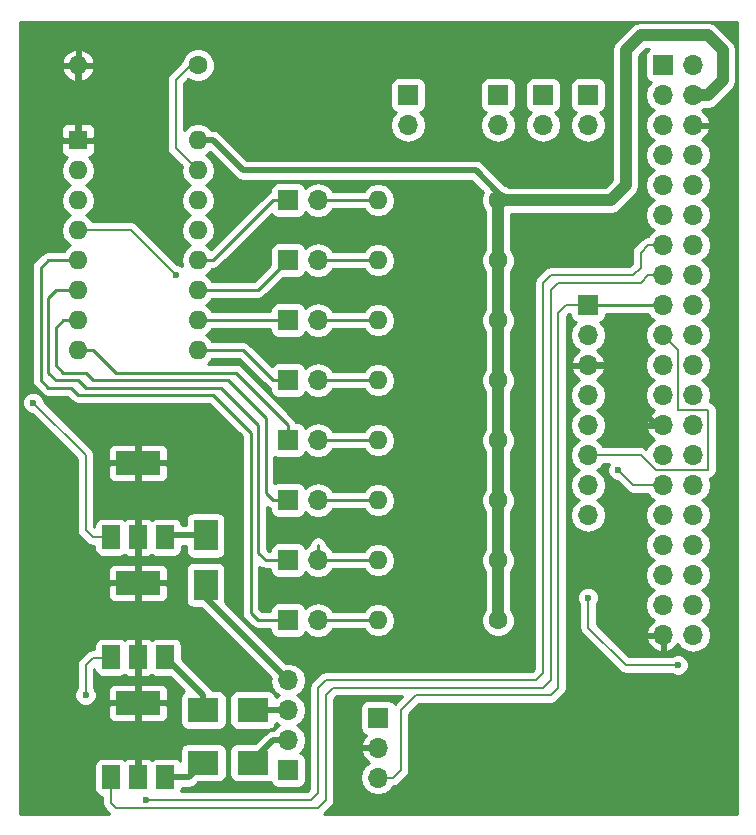
<source format=gbr>
G04 #@! TF.FileFunction,Copper,L1,Top,Signal*
%FSLAX46Y46*%
G04 Gerber Fmt 4.6, Leading zero omitted, Abs format (unit mm)*
G04 Created by KiCad (PCBNEW 4.0.6) date Wed Dec  6 21:31:40 2017*
%MOMM*%
%LPD*%
G01*
G04 APERTURE LIST*
%ADD10C,0.100000*%
%ADD11R,1.700000X1.700000*%
%ADD12O,1.700000X1.700000*%
%ADD13R,3.800000X2.000000*%
%ADD14R,1.500000X2.000000*%
%ADD15C,1.600000*%
%ADD16O,1.600000X1.600000*%
%ADD17R,1.600000X1.600000*%
%ADD18R,2.030000X2.650000*%
%ADD19R,2.650000X2.030000*%
%ADD20C,0.600000*%
%ADD21C,0.500000*%
%ADD22C,1.000000*%
%ADD23C,0.200000*%
%ADD24C,0.250000*%
%ADD25C,0.254000*%
G04 APERTURE END LIST*
D10*
D11*
X148590000Y-151130000D03*
D12*
X148590000Y-148590000D03*
X148590000Y-146050000D03*
X148590000Y-143510000D03*
D11*
X180340000Y-91440000D03*
D12*
X182880000Y-91440000D03*
X180340000Y-93980000D03*
X182880000Y-93980000D03*
X180340000Y-96520000D03*
X182880000Y-96520000D03*
X180340000Y-99060000D03*
X182880000Y-99060000D03*
X180340000Y-101600000D03*
X182880000Y-101600000D03*
X180340000Y-104140000D03*
X182880000Y-104140000D03*
X180340000Y-106680000D03*
X182880000Y-106680000D03*
X180340000Y-109220000D03*
X182880000Y-109220000D03*
X180340000Y-111760000D03*
X182880000Y-111760000D03*
X180340000Y-114300000D03*
X182880000Y-114300000D03*
X180340000Y-116840000D03*
X182880000Y-116840000D03*
X180340000Y-119380000D03*
X182880000Y-119380000D03*
X180340000Y-121920000D03*
X182880000Y-121920000D03*
X180340000Y-124460000D03*
X182880000Y-124460000D03*
X180340000Y-127000000D03*
X182880000Y-127000000D03*
X180340000Y-129540000D03*
X182880000Y-129540000D03*
X180340000Y-132080000D03*
X182880000Y-132080000D03*
X180340000Y-134620000D03*
X182880000Y-134620000D03*
X180340000Y-137160000D03*
X182880000Y-137160000D03*
X180340000Y-139700000D03*
X182880000Y-139700000D03*
D11*
X156210000Y-146685000D03*
D12*
X156210000Y-149225000D03*
X156210000Y-151765000D03*
D11*
X173990000Y-93980000D03*
D12*
X173990000Y-96520000D03*
D11*
X158750000Y-93980000D03*
D12*
X158750000Y-96520000D03*
D11*
X170180000Y-93980000D03*
D12*
X170180000Y-96520000D03*
D11*
X166370000Y-93980000D03*
D12*
X166370000Y-96520000D03*
D11*
X148590000Y-138430000D03*
D12*
X151130000Y-138430000D03*
D11*
X148590000Y-133350000D03*
D12*
X151130000Y-133350000D03*
D11*
X148590000Y-128270000D03*
D12*
X151130000Y-128270000D03*
D11*
X148590000Y-123190000D03*
D12*
X151130000Y-123190000D03*
D11*
X148590000Y-118110000D03*
D12*
X151130000Y-118110000D03*
D11*
X148590000Y-113030000D03*
D12*
X151130000Y-113030000D03*
D11*
X148590000Y-107950000D03*
D12*
X151130000Y-107950000D03*
D11*
X148590000Y-102870000D03*
D12*
X151130000Y-102870000D03*
D13*
X135890000Y-125120000D03*
D14*
X135890000Y-131420000D03*
X138190000Y-131420000D03*
X133590000Y-131420000D03*
D13*
X135890000Y-135280000D03*
D14*
X135890000Y-141580000D03*
X138190000Y-141580000D03*
X133590000Y-141580000D03*
D13*
X135890000Y-145440000D03*
D14*
X135890000Y-151740000D03*
X138190000Y-151740000D03*
X133590000Y-151740000D03*
D15*
X140970000Y-91440000D03*
D16*
X130810000Y-91440000D03*
D15*
X166370000Y-138430000D03*
D16*
X156210000Y-138430000D03*
D15*
X166370000Y-133350000D03*
D16*
X156210000Y-133350000D03*
D15*
X166370000Y-128270000D03*
D16*
X156210000Y-128270000D03*
D15*
X166370000Y-123190000D03*
D16*
X156210000Y-123190000D03*
D15*
X166370000Y-118110000D03*
D16*
X156210000Y-118110000D03*
D15*
X166370000Y-113030000D03*
D16*
X156210000Y-113030000D03*
D15*
X166370000Y-107950000D03*
D16*
X156210000Y-107950000D03*
D15*
X166370000Y-102870000D03*
D16*
X156210000Y-102870000D03*
D11*
X173990000Y-111760000D03*
D12*
X173990000Y-114300000D03*
X173990000Y-116840000D03*
X173990000Y-119380000D03*
X173990000Y-121920000D03*
X173990000Y-124460000D03*
X173990000Y-127000000D03*
X173990000Y-129540000D03*
D17*
X130810000Y-97790000D03*
D16*
X140970000Y-115570000D03*
X130810000Y-100330000D03*
X140970000Y-113030000D03*
X130810000Y-102870000D03*
X140970000Y-110490000D03*
X130810000Y-105410000D03*
X140970000Y-107950000D03*
X130810000Y-107950000D03*
X140970000Y-105410000D03*
X130810000Y-110490000D03*
X140970000Y-102870000D03*
X130810000Y-113030000D03*
X140970000Y-100330000D03*
X130810000Y-115570000D03*
X140970000Y-97790000D03*
D18*
X141605000Y-131260000D03*
X141605000Y-135440000D03*
D19*
X141420000Y-146050000D03*
X145600000Y-146050000D03*
X141420000Y-150495000D03*
X145600000Y-150495000D03*
D20*
X139065000Y-135255000D03*
X135890000Y-123190000D03*
X127000000Y-120015000D03*
X131445000Y-144780000D03*
X136525000Y-153670000D03*
X176530000Y-125730000D03*
X139065000Y-109220000D03*
X173990000Y-136525000D03*
X181610000Y-142240000D03*
D21*
X166370000Y-102870000D02*
X166370000Y-102235000D01*
X166370000Y-102235000D02*
X164465000Y-100330000D01*
X142240000Y-97790000D02*
X140970000Y-97790000D01*
X144780000Y-100330000D02*
X142240000Y-97790000D01*
X164465000Y-100330000D02*
X144780000Y-100330000D01*
D22*
X182880000Y-93980000D02*
X184150000Y-93980000D01*
X175895000Y-102870000D02*
X166370000Y-102870000D01*
X177165000Y-101600000D02*
X175895000Y-102870000D01*
X177165000Y-90170000D02*
X177165000Y-101600000D01*
X178435000Y-88900000D02*
X177165000Y-90170000D01*
X184150000Y-88900000D02*
X178435000Y-88900000D01*
X185420000Y-90170000D02*
X184150000Y-88900000D01*
X185420000Y-92710000D02*
X185420000Y-90170000D01*
X184150000Y-93980000D02*
X185420000Y-92710000D01*
X166370000Y-102870000D02*
X166370000Y-107950000D01*
X166370000Y-113030000D02*
X166370000Y-107950000D01*
X166370000Y-138430000D02*
X166370000Y-133350000D01*
X166370000Y-113030000D02*
X166370000Y-118110000D01*
X166370000Y-118110000D02*
X166370000Y-123190000D01*
X166370000Y-123190000D02*
X166370000Y-128270000D01*
X166370000Y-128270000D02*
X166370000Y-133350000D01*
D23*
X173990000Y-111760000D02*
X172085000Y-111760000D01*
X157480000Y-151765000D02*
X156210000Y-151765000D01*
X158115000Y-151130000D02*
X157480000Y-151765000D01*
X158115000Y-146050000D02*
X158115000Y-151130000D01*
X159385000Y-144780000D02*
X158115000Y-146050000D01*
X170815000Y-144780000D02*
X159385000Y-144780000D01*
X171450000Y-144145000D02*
X170815000Y-144780000D01*
X171450000Y-112395000D02*
X171450000Y-144145000D01*
X172085000Y-111760000D02*
X171450000Y-112395000D01*
D24*
X156210000Y-151130000D02*
X155575000Y-151765000D01*
X180340000Y-111760000D02*
X173990000Y-111760000D01*
D21*
X180340000Y-121920000D02*
X179705000Y-121920000D01*
X179705000Y-121920000D02*
X176530000Y-118745000D01*
X176530000Y-118745000D02*
X176530000Y-117475000D01*
X176530000Y-117475000D02*
X175895000Y-116840000D01*
X175895000Y-116840000D02*
X173990000Y-116840000D01*
X130810000Y-91440000D02*
X130810000Y-97790000D01*
X139040000Y-135280000D02*
X135890000Y-135280000D01*
X139065000Y-135255000D02*
X139040000Y-135280000D01*
X135890000Y-125120000D02*
X135890000Y-123190000D01*
X135890000Y-131420000D02*
X135890000Y-125120000D01*
X135890000Y-131420000D02*
X135890000Y-135280000D01*
X135890000Y-145440000D02*
X135890000Y-141580000D01*
X135890000Y-141580000D02*
X135890000Y-135280000D01*
X135890000Y-151740000D02*
X135890000Y-145440000D01*
D23*
X133590000Y-131420000D02*
X132055000Y-131420000D01*
X131445000Y-124460000D02*
X127000000Y-120015000D01*
X131445000Y-130810000D02*
X131445000Y-124460000D01*
X132055000Y-131420000D02*
X131445000Y-130810000D01*
X180340000Y-106680000D02*
X179070000Y-106680000D01*
X132080000Y-141605000D02*
X133565000Y-141605000D01*
X131445000Y-142240000D02*
X132080000Y-141605000D01*
X131445000Y-144780000D02*
X131445000Y-142240000D01*
X150495000Y-153670000D02*
X136525000Y-153670000D01*
X151130000Y-153035000D02*
X150495000Y-153670000D01*
X151130000Y-144145000D02*
X151130000Y-153035000D01*
X151765000Y-143510000D02*
X151130000Y-144145000D01*
X169545000Y-143510000D02*
X151765000Y-143510000D01*
X170180000Y-142875000D02*
X169545000Y-143510000D01*
X170180000Y-109855000D02*
X170180000Y-142875000D01*
X170815000Y-109220000D02*
X170180000Y-109855000D01*
X177800000Y-109220000D02*
X170815000Y-109220000D01*
X178435000Y-108585000D02*
X177800000Y-109220000D01*
X178435000Y-107315000D02*
X178435000Y-108585000D01*
X179070000Y-106680000D02*
X178435000Y-107315000D01*
X133565000Y-141605000D02*
X133590000Y-141580000D01*
X133565000Y-141605000D02*
X133590000Y-141580000D01*
X180340000Y-109220000D02*
X179070000Y-109220000D01*
X133590000Y-153910000D02*
X133590000Y-151740000D01*
X133985000Y-154305000D02*
X133590000Y-153910000D01*
X151130000Y-154305000D02*
X133985000Y-154305000D01*
X151765000Y-153670000D02*
X151130000Y-154305000D01*
X151765000Y-144780000D02*
X151765000Y-153670000D01*
X152400000Y-144145000D02*
X151765000Y-144780000D01*
X170180000Y-144145000D02*
X152400000Y-144145000D01*
X170815000Y-143510000D02*
X170180000Y-144145000D01*
X170815000Y-110490000D02*
X170815000Y-143510000D01*
X171450000Y-109855000D02*
X170815000Y-110490000D01*
X178435000Y-109855000D02*
X171450000Y-109855000D01*
X179070000Y-109220000D02*
X178435000Y-109855000D01*
X180340000Y-114300000D02*
X181610000Y-115570000D01*
X178435000Y-124460000D02*
X173990000Y-124460000D01*
X179705000Y-125730000D02*
X178435000Y-124460000D01*
X184150000Y-125730000D02*
X179705000Y-125730000D01*
X184150000Y-123190000D02*
X184150000Y-125730000D01*
X184150000Y-120650000D02*
X184150000Y-123190000D01*
X181610000Y-120650000D02*
X184150000Y-120650000D01*
X181610000Y-115570000D02*
X181610000Y-120650000D01*
X177800000Y-127000000D02*
X180340000Y-127000000D01*
X176530000Y-125730000D02*
X177800000Y-127000000D01*
X135255000Y-105410000D02*
X130810000Y-105410000D01*
X139065000Y-109220000D02*
X135255000Y-105410000D01*
X173990000Y-139065000D02*
X173990000Y-136525000D01*
X177165000Y-142240000D02*
X173990000Y-139065000D01*
X181610000Y-142240000D02*
X177165000Y-142240000D01*
D24*
X148590000Y-138430000D02*
X146050000Y-138430000D01*
X128270000Y-107950000D02*
X130810000Y-107950000D01*
X127635000Y-108585000D02*
X128270000Y-107950000D01*
X127635000Y-118110000D02*
X127635000Y-108585000D01*
X128270000Y-118745000D02*
X127635000Y-118110000D01*
X130175000Y-118745000D02*
X128270000Y-118745000D01*
X130810000Y-119380000D02*
X130175000Y-118745000D01*
X142240000Y-119380000D02*
X130810000Y-119380000D01*
X145415000Y-122555000D02*
X142240000Y-119380000D01*
X145415000Y-137795000D02*
X145415000Y-122555000D01*
X146050000Y-138430000D02*
X145415000Y-137795000D01*
X156210000Y-138430000D02*
X151130000Y-138430000D01*
X148590000Y-133350000D02*
X146685000Y-133350000D01*
X128905000Y-110490000D02*
X130810000Y-110490000D01*
X128270000Y-111125000D02*
X128905000Y-110490000D01*
X128270000Y-117475000D02*
X128270000Y-111125000D01*
X128905000Y-118110000D02*
X128270000Y-117475000D01*
X130810000Y-118110000D02*
X128905000Y-118110000D01*
X131445000Y-118745000D02*
X130810000Y-118110000D01*
X132080000Y-118745000D02*
X131445000Y-118745000D01*
X142875000Y-118745000D02*
X132080000Y-118745000D01*
X146050000Y-121920000D02*
X142875000Y-118745000D01*
X146050000Y-132715000D02*
X146050000Y-121920000D01*
X146685000Y-133350000D02*
X146050000Y-132715000D01*
X156210000Y-133350000D02*
X151130000Y-133350000D01*
X151130000Y-133350000D02*
X151130000Y-132080000D01*
X148590000Y-128270000D02*
X147320000Y-128270000D01*
X129540000Y-113030000D02*
X130810000Y-113030000D01*
X128905000Y-113665000D02*
X129540000Y-113030000D01*
X128905000Y-116840000D02*
X128905000Y-113665000D01*
X129540000Y-117475000D02*
X128905000Y-116840000D01*
X131445000Y-117475000D02*
X129540000Y-117475000D01*
X132080000Y-118110000D02*
X131445000Y-117475000D01*
X143510000Y-118110000D02*
X132080000Y-118110000D01*
X144145000Y-118745000D02*
X143510000Y-118110000D01*
X146685000Y-121285000D02*
X144145000Y-118745000D01*
X146685000Y-127635000D02*
X146685000Y-121285000D01*
X147320000Y-128270000D02*
X146685000Y-127635000D01*
X151130000Y-128270000D02*
X156210000Y-128270000D01*
X148590000Y-123190000D02*
X148590000Y-121920000D01*
X132080000Y-115570000D02*
X130810000Y-115570000D01*
X133985000Y-117475000D02*
X132080000Y-115570000D01*
X144145000Y-117475000D02*
X133985000Y-117475000D01*
X148590000Y-121920000D02*
X144145000Y-117475000D01*
X156210000Y-123190000D02*
X151130000Y-123190000D01*
X148590000Y-118110000D02*
X147320000Y-118110000D01*
X144780000Y-115570000D02*
X140970000Y-115570000D01*
X147320000Y-118110000D02*
X144780000Y-115570000D01*
X151130000Y-118110000D02*
X156210000Y-118110000D01*
X140970000Y-113030000D02*
X148590000Y-113030000D01*
X156210000Y-113030000D02*
X151130000Y-113030000D01*
X148590000Y-107950000D02*
X146050000Y-110490000D01*
X146050000Y-110490000D02*
X140970000Y-110490000D01*
X151130000Y-107950000D02*
X156210000Y-107950000D01*
X148590000Y-102870000D02*
X147320000Y-102870000D01*
X147320000Y-102870000D02*
X142240000Y-107950000D01*
X142240000Y-107950000D02*
X140970000Y-107950000D01*
X142240000Y-107950000D02*
X140970000Y-107950000D01*
X151130000Y-102870000D02*
X156210000Y-102870000D01*
D23*
X140970000Y-100330000D02*
X139065000Y-98425000D01*
X139065000Y-92710000D02*
X140335000Y-91440000D01*
X139065000Y-98425000D02*
X139065000Y-92710000D01*
X140335000Y-91440000D02*
X140970000Y-91440000D01*
D21*
X141605000Y-131260000D02*
X138350000Y-131260000D01*
X138350000Y-131260000D02*
X138190000Y-131420000D01*
X141605000Y-135440000D02*
X141605000Y-136525000D01*
X141605000Y-136525000D02*
X148590000Y-143510000D01*
X141420000Y-146050000D02*
X141420000Y-144810000D01*
X141420000Y-144810000D02*
X138190000Y-141580000D01*
X145600000Y-146050000D02*
X148590000Y-146050000D01*
X138190000Y-151740000D02*
X140175000Y-151740000D01*
X140175000Y-151740000D02*
X141420000Y-150495000D01*
X145600000Y-150495000D02*
X145600000Y-150310000D01*
X145600000Y-150310000D02*
X147320000Y-148590000D01*
X147320000Y-148590000D02*
X148590000Y-148590000D01*
D25*
G36*
X186563000Y-154813000D02*
X151661446Y-154813000D01*
X152284724Y-154189723D01*
X152444051Y-153951272D01*
X152500000Y-153670000D01*
X152500000Y-145084446D01*
X152704447Y-144880000D01*
X158245553Y-144880000D01*
X157609408Y-145516146D01*
X157524090Y-145383559D01*
X157311890Y-145238569D01*
X157060000Y-145187560D01*
X155360000Y-145187560D01*
X155124683Y-145231838D01*
X154908559Y-145370910D01*
X154763569Y-145583110D01*
X154712560Y-145835000D01*
X154712560Y-147535000D01*
X154756838Y-147770317D01*
X154895910Y-147986441D01*
X155108110Y-148131431D01*
X155216107Y-148153301D01*
X154938355Y-148458076D01*
X154768524Y-148868110D01*
X154889845Y-149098000D01*
X156083000Y-149098000D01*
X156083000Y-149078000D01*
X156337000Y-149078000D01*
X156337000Y-149098000D01*
X156357000Y-149098000D01*
X156357000Y-149352000D01*
X156337000Y-149352000D01*
X156337000Y-149372000D01*
X156083000Y-149372000D01*
X156083000Y-149352000D01*
X154889845Y-149352000D01*
X154768524Y-149581890D01*
X154938355Y-149991924D01*
X155328642Y-150420183D01*
X155471553Y-150487298D01*
X155130853Y-150714946D01*
X154808946Y-151196715D01*
X154695907Y-151765000D01*
X154808946Y-152333285D01*
X155130853Y-152815054D01*
X155612622Y-153136961D01*
X156180907Y-153250000D01*
X156239093Y-153250000D01*
X156807378Y-153136961D01*
X157289147Y-152815054D01*
X157502672Y-152495490D01*
X157761272Y-152444051D01*
X157999723Y-152284723D01*
X158634724Y-151649723D01*
X158794051Y-151411272D01*
X158850000Y-151130000D01*
X158850000Y-146354446D01*
X159689447Y-145515000D01*
X170815000Y-145515000D01*
X171096272Y-145459051D01*
X171334723Y-145299723D01*
X171969724Y-144664723D01*
X172129051Y-144426272D01*
X172185000Y-144145000D01*
X172185000Y-136710167D01*
X173054838Y-136710167D01*
X173196883Y-137053943D01*
X173255000Y-137112162D01*
X173255000Y-139065000D01*
X173297767Y-139280000D01*
X173310949Y-139346272D01*
X173470277Y-139584723D01*
X176645276Y-142759723D01*
X176728479Y-142815317D01*
X176883728Y-142919051D01*
X177165000Y-142975000D01*
X181022581Y-142975000D01*
X181079673Y-143032192D01*
X181423201Y-143174838D01*
X181795167Y-143175162D01*
X182138943Y-143033117D01*
X182402192Y-142770327D01*
X182544838Y-142426799D01*
X182545162Y-142054833D01*
X182403117Y-141711057D01*
X182140327Y-141447808D01*
X181796799Y-141305162D01*
X181424833Y-141304838D01*
X181081057Y-141446883D01*
X181022838Y-141505000D01*
X177469447Y-141505000D01*
X176021337Y-140056890D01*
X178898524Y-140056890D01*
X179068355Y-140466924D01*
X179458642Y-140895183D01*
X179983108Y-141141486D01*
X180213000Y-141020819D01*
X180213000Y-139827000D01*
X179019845Y-139827000D01*
X178898524Y-140056890D01*
X176021337Y-140056890D01*
X174725000Y-138760554D01*
X174725000Y-137112419D01*
X174782192Y-137055327D01*
X174924838Y-136711799D01*
X174925162Y-136339833D01*
X174783117Y-135996057D01*
X174520327Y-135732808D01*
X174176799Y-135590162D01*
X173804833Y-135589838D01*
X173461057Y-135731883D01*
X173197808Y-135994673D01*
X173055162Y-136338201D01*
X173054838Y-136710167D01*
X172185000Y-136710167D01*
X172185000Y-112699446D01*
X172389447Y-112495000D01*
X172492560Y-112495000D01*
X172492560Y-112610000D01*
X172536838Y-112845317D01*
X172675910Y-113061441D01*
X172888110Y-113206431D01*
X172955541Y-113220086D01*
X172910853Y-113249946D01*
X172588946Y-113731715D01*
X172475907Y-114300000D01*
X172588946Y-114868285D01*
X172910853Y-115350054D01*
X173251553Y-115577702D01*
X173108642Y-115644817D01*
X172718355Y-116073076D01*
X172548524Y-116483110D01*
X172669845Y-116713000D01*
X173863000Y-116713000D01*
X173863000Y-116693000D01*
X174117000Y-116693000D01*
X174117000Y-116713000D01*
X175310155Y-116713000D01*
X175431476Y-116483110D01*
X175261645Y-116073076D01*
X174871358Y-115644817D01*
X174728447Y-115577702D01*
X175069147Y-115350054D01*
X175391054Y-114868285D01*
X175504093Y-114300000D01*
X175391054Y-113731715D01*
X175069147Y-113249946D01*
X175027548Y-113222150D01*
X175075317Y-113213162D01*
X175291441Y-113074090D01*
X175436431Y-112861890D01*
X175487440Y-112610000D01*
X175487440Y-112520000D01*
X179067046Y-112520000D01*
X179260853Y-112810054D01*
X179590026Y-113030000D01*
X179260853Y-113249946D01*
X178938946Y-113731715D01*
X178825907Y-114300000D01*
X178938946Y-114868285D01*
X179260853Y-115350054D01*
X179590026Y-115570000D01*
X179260853Y-115789946D01*
X178938946Y-116271715D01*
X178825907Y-116840000D01*
X178938946Y-117408285D01*
X179260853Y-117890054D01*
X179590026Y-118110000D01*
X179260853Y-118329946D01*
X178938946Y-118811715D01*
X178825907Y-119380000D01*
X178938946Y-119948285D01*
X179260853Y-120430054D01*
X179601553Y-120657702D01*
X179458642Y-120724817D01*
X179068355Y-121153076D01*
X178898524Y-121563110D01*
X179019845Y-121793000D01*
X180213000Y-121793000D01*
X180213000Y-121773000D01*
X180467000Y-121773000D01*
X180467000Y-121793000D01*
X180487000Y-121793000D01*
X180487000Y-122047000D01*
X180467000Y-122047000D01*
X180467000Y-122067000D01*
X180213000Y-122067000D01*
X180213000Y-122047000D01*
X179019845Y-122047000D01*
X178898524Y-122276890D01*
X179068355Y-122686924D01*
X179458642Y-123115183D01*
X179601553Y-123182298D01*
X179260853Y-123409946D01*
X178938946Y-123891715D01*
X178932271Y-123925275D01*
X178716272Y-123780949D01*
X178435000Y-123725000D01*
X175279659Y-123725000D01*
X175069147Y-123409946D01*
X174739974Y-123190000D01*
X175069147Y-122970054D01*
X175391054Y-122488285D01*
X175504093Y-121920000D01*
X175391054Y-121351715D01*
X175069147Y-120869946D01*
X174739974Y-120650000D01*
X175069147Y-120430054D01*
X175391054Y-119948285D01*
X175504093Y-119380000D01*
X175391054Y-118811715D01*
X175069147Y-118329946D01*
X174728447Y-118102298D01*
X174871358Y-118035183D01*
X175261645Y-117606924D01*
X175431476Y-117196890D01*
X175310155Y-116967000D01*
X174117000Y-116967000D01*
X174117000Y-116987000D01*
X173863000Y-116987000D01*
X173863000Y-116967000D01*
X172669845Y-116967000D01*
X172548524Y-117196890D01*
X172718355Y-117606924D01*
X173108642Y-118035183D01*
X173251553Y-118102298D01*
X172910853Y-118329946D01*
X172588946Y-118811715D01*
X172475907Y-119380000D01*
X172588946Y-119948285D01*
X172910853Y-120430054D01*
X173240026Y-120650000D01*
X172910853Y-120869946D01*
X172588946Y-121351715D01*
X172475907Y-121920000D01*
X172588946Y-122488285D01*
X172910853Y-122970054D01*
X173240026Y-123190000D01*
X172910853Y-123409946D01*
X172588946Y-123891715D01*
X172475907Y-124460000D01*
X172588946Y-125028285D01*
X172910853Y-125510054D01*
X173240026Y-125730000D01*
X172910853Y-125949946D01*
X172588946Y-126431715D01*
X172475907Y-127000000D01*
X172588946Y-127568285D01*
X172910853Y-128050054D01*
X173240026Y-128270000D01*
X172910853Y-128489946D01*
X172588946Y-128971715D01*
X172475907Y-129540000D01*
X172588946Y-130108285D01*
X172910853Y-130590054D01*
X173392622Y-130911961D01*
X173960907Y-131025000D01*
X174019093Y-131025000D01*
X174587378Y-130911961D01*
X175069147Y-130590054D01*
X175391054Y-130108285D01*
X175504093Y-129540000D01*
X175391054Y-128971715D01*
X175069147Y-128489946D01*
X174739974Y-128270000D01*
X175069147Y-128050054D01*
X175391054Y-127568285D01*
X175504093Y-127000000D01*
X175391054Y-126431715D01*
X175069147Y-125949946D01*
X174739974Y-125730000D01*
X175069147Y-125510054D01*
X175279659Y-125195000D01*
X175742489Y-125195000D01*
X175737808Y-125199673D01*
X175595162Y-125543201D01*
X175594838Y-125915167D01*
X175736883Y-126258943D01*
X175999673Y-126522192D01*
X176343201Y-126664838D01*
X176425463Y-126664910D01*
X177280276Y-127519723D01*
X177452801Y-127635000D01*
X177518728Y-127679051D01*
X177800000Y-127735000D01*
X179050341Y-127735000D01*
X179260853Y-128050054D01*
X179590026Y-128270000D01*
X179260853Y-128489946D01*
X178938946Y-128971715D01*
X178825907Y-129540000D01*
X178938946Y-130108285D01*
X179260853Y-130590054D01*
X179590026Y-130810000D01*
X179260853Y-131029946D01*
X178938946Y-131511715D01*
X178825907Y-132080000D01*
X178938946Y-132648285D01*
X179260853Y-133130054D01*
X179590026Y-133350000D01*
X179260853Y-133569946D01*
X178938946Y-134051715D01*
X178825907Y-134620000D01*
X178938946Y-135188285D01*
X179260853Y-135670054D01*
X179590026Y-135890000D01*
X179260853Y-136109946D01*
X178938946Y-136591715D01*
X178825907Y-137160000D01*
X178938946Y-137728285D01*
X179260853Y-138210054D01*
X179601553Y-138437702D01*
X179458642Y-138504817D01*
X179068355Y-138933076D01*
X178898524Y-139343110D01*
X179019845Y-139573000D01*
X180213000Y-139573000D01*
X180213000Y-139553000D01*
X180467000Y-139553000D01*
X180467000Y-139573000D01*
X180487000Y-139573000D01*
X180487000Y-139827000D01*
X180467000Y-139827000D01*
X180467000Y-141020819D01*
X180696892Y-141141486D01*
X181221358Y-140895183D01*
X181611645Y-140466924D01*
X181611655Y-140466899D01*
X181800853Y-140750054D01*
X182282622Y-141071961D01*
X182850907Y-141185000D01*
X182909093Y-141185000D01*
X183477378Y-141071961D01*
X183959147Y-140750054D01*
X184281054Y-140268285D01*
X184394093Y-139700000D01*
X184281054Y-139131715D01*
X183959147Y-138649946D01*
X183629974Y-138430000D01*
X183959147Y-138210054D01*
X184281054Y-137728285D01*
X184394093Y-137160000D01*
X184281054Y-136591715D01*
X183959147Y-136109946D01*
X183629974Y-135890000D01*
X183959147Y-135670054D01*
X184281054Y-135188285D01*
X184394093Y-134620000D01*
X184281054Y-134051715D01*
X183959147Y-133569946D01*
X183629974Y-133350000D01*
X183959147Y-133130054D01*
X184281054Y-132648285D01*
X184394093Y-132080000D01*
X184281054Y-131511715D01*
X183959147Y-131029946D01*
X183629974Y-130810000D01*
X183959147Y-130590054D01*
X184281054Y-130108285D01*
X184394093Y-129540000D01*
X184281054Y-128971715D01*
X183959147Y-128489946D01*
X183629974Y-128270000D01*
X183959147Y-128050054D01*
X184281054Y-127568285D01*
X184394093Y-127000000D01*
X184282435Y-126438657D01*
X184431272Y-126409051D01*
X184669723Y-126249723D01*
X184829051Y-126011272D01*
X184885000Y-125730000D01*
X184885000Y-120650000D01*
X184829051Y-120368728D01*
X184669723Y-120130277D01*
X184431272Y-119970949D01*
X184282435Y-119941343D01*
X184394093Y-119380000D01*
X184281054Y-118811715D01*
X183959147Y-118329946D01*
X183629974Y-118110000D01*
X183959147Y-117890054D01*
X184281054Y-117408285D01*
X184394093Y-116840000D01*
X184281054Y-116271715D01*
X183959147Y-115789946D01*
X183629974Y-115570000D01*
X183959147Y-115350054D01*
X184281054Y-114868285D01*
X184394093Y-114300000D01*
X184281054Y-113731715D01*
X183959147Y-113249946D01*
X183629974Y-113030000D01*
X183959147Y-112810054D01*
X184281054Y-112328285D01*
X184394093Y-111760000D01*
X184281054Y-111191715D01*
X183959147Y-110709946D01*
X183629974Y-110490000D01*
X183959147Y-110270054D01*
X184281054Y-109788285D01*
X184394093Y-109220000D01*
X184281054Y-108651715D01*
X183959147Y-108169946D01*
X183629974Y-107950000D01*
X183959147Y-107730054D01*
X184281054Y-107248285D01*
X184394093Y-106680000D01*
X184281054Y-106111715D01*
X183959147Y-105629946D01*
X183629974Y-105410000D01*
X183959147Y-105190054D01*
X184281054Y-104708285D01*
X184394093Y-104140000D01*
X184281054Y-103571715D01*
X183959147Y-103089946D01*
X183629974Y-102870000D01*
X183959147Y-102650054D01*
X184281054Y-102168285D01*
X184394093Y-101600000D01*
X184281054Y-101031715D01*
X183959147Y-100549946D01*
X183629974Y-100330000D01*
X183959147Y-100110054D01*
X184281054Y-99628285D01*
X184394093Y-99060000D01*
X184281054Y-98491715D01*
X183959147Y-98009946D01*
X183618447Y-97782298D01*
X183761358Y-97715183D01*
X184151645Y-97286924D01*
X184321476Y-96876890D01*
X184200155Y-96647000D01*
X183007000Y-96647000D01*
X183007000Y-96667000D01*
X182753000Y-96667000D01*
X182753000Y-96647000D01*
X182733000Y-96647000D01*
X182733000Y-96393000D01*
X182753000Y-96393000D01*
X182753000Y-96373000D01*
X183007000Y-96373000D01*
X183007000Y-96393000D01*
X184200155Y-96393000D01*
X184321476Y-96163110D01*
X184151645Y-95753076D01*
X183761358Y-95324817D01*
X183618447Y-95257702D01*
X183832016Y-95115000D01*
X184150000Y-95115000D01*
X184584346Y-95028603D01*
X184952566Y-94782566D01*
X186222566Y-93512566D01*
X186267713Y-93444999D01*
X186468603Y-93144346D01*
X186555000Y-92710000D01*
X186555000Y-90170000D01*
X186468603Y-89735654D01*
X186222566Y-89367434D01*
X184952566Y-88097434D01*
X184584346Y-87851397D01*
X184150000Y-87765000D01*
X178435000Y-87765000D01*
X178000654Y-87851397D01*
X177632434Y-88097434D01*
X176362434Y-89367434D01*
X176116397Y-89735654D01*
X176030000Y-90170000D01*
X176030000Y-101129868D01*
X175424868Y-101735000D01*
X167264606Y-101735000D01*
X167183923Y-101654176D01*
X166939092Y-101552513D01*
X165090790Y-99704210D01*
X164803675Y-99512367D01*
X164747484Y-99501190D01*
X164465000Y-99444999D01*
X164464995Y-99445000D01*
X145146579Y-99445000D01*
X142865790Y-97164210D01*
X142578675Y-96972367D01*
X142522484Y-96961190D01*
X142240000Y-96904999D01*
X142239995Y-96905000D01*
X142099473Y-96905000D01*
X142012811Y-96775302D01*
X141630726Y-96520000D01*
X157235907Y-96520000D01*
X157348946Y-97088285D01*
X157670853Y-97570054D01*
X158152622Y-97891961D01*
X158720907Y-98005000D01*
X158779093Y-98005000D01*
X159347378Y-97891961D01*
X159829147Y-97570054D01*
X160151054Y-97088285D01*
X160264093Y-96520000D01*
X164855907Y-96520000D01*
X164968946Y-97088285D01*
X165290853Y-97570054D01*
X165772622Y-97891961D01*
X166340907Y-98005000D01*
X166399093Y-98005000D01*
X166967378Y-97891961D01*
X167449147Y-97570054D01*
X167771054Y-97088285D01*
X167884093Y-96520000D01*
X168665907Y-96520000D01*
X168778946Y-97088285D01*
X169100853Y-97570054D01*
X169582622Y-97891961D01*
X170150907Y-98005000D01*
X170209093Y-98005000D01*
X170777378Y-97891961D01*
X171259147Y-97570054D01*
X171581054Y-97088285D01*
X171694093Y-96520000D01*
X172475907Y-96520000D01*
X172588946Y-97088285D01*
X172910853Y-97570054D01*
X173392622Y-97891961D01*
X173960907Y-98005000D01*
X174019093Y-98005000D01*
X174587378Y-97891961D01*
X175069147Y-97570054D01*
X175391054Y-97088285D01*
X175504093Y-96520000D01*
X175391054Y-95951715D01*
X175069147Y-95469946D01*
X175027548Y-95442150D01*
X175075317Y-95433162D01*
X175291441Y-95294090D01*
X175436431Y-95081890D01*
X175487440Y-94830000D01*
X175487440Y-93130000D01*
X175443162Y-92894683D01*
X175304090Y-92678559D01*
X175091890Y-92533569D01*
X174840000Y-92482560D01*
X173140000Y-92482560D01*
X172904683Y-92526838D01*
X172688559Y-92665910D01*
X172543569Y-92878110D01*
X172492560Y-93130000D01*
X172492560Y-94830000D01*
X172536838Y-95065317D01*
X172675910Y-95281441D01*
X172888110Y-95426431D01*
X172955541Y-95440086D01*
X172910853Y-95469946D01*
X172588946Y-95951715D01*
X172475907Y-96520000D01*
X171694093Y-96520000D01*
X171581054Y-95951715D01*
X171259147Y-95469946D01*
X171217548Y-95442150D01*
X171265317Y-95433162D01*
X171481441Y-95294090D01*
X171626431Y-95081890D01*
X171677440Y-94830000D01*
X171677440Y-93130000D01*
X171633162Y-92894683D01*
X171494090Y-92678559D01*
X171281890Y-92533569D01*
X171030000Y-92482560D01*
X169330000Y-92482560D01*
X169094683Y-92526838D01*
X168878559Y-92665910D01*
X168733569Y-92878110D01*
X168682560Y-93130000D01*
X168682560Y-94830000D01*
X168726838Y-95065317D01*
X168865910Y-95281441D01*
X169078110Y-95426431D01*
X169145541Y-95440086D01*
X169100853Y-95469946D01*
X168778946Y-95951715D01*
X168665907Y-96520000D01*
X167884093Y-96520000D01*
X167771054Y-95951715D01*
X167449147Y-95469946D01*
X167407548Y-95442150D01*
X167455317Y-95433162D01*
X167671441Y-95294090D01*
X167816431Y-95081890D01*
X167867440Y-94830000D01*
X167867440Y-93130000D01*
X167823162Y-92894683D01*
X167684090Y-92678559D01*
X167471890Y-92533569D01*
X167220000Y-92482560D01*
X165520000Y-92482560D01*
X165284683Y-92526838D01*
X165068559Y-92665910D01*
X164923569Y-92878110D01*
X164872560Y-93130000D01*
X164872560Y-94830000D01*
X164916838Y-95065317D01*
X165055910Y-95281441D01*
X165268110Y-95426431D01*
X165335541Y-95440086D01*
X165290853Y-95469946D01*
X164968946Y-95951715D01*
X164855907Y-96520000D01*
X160264093Y-96520000D01*
X160151054Y-95951715D01*
X159829147Y-95469946D01*
X159787548Y-95442150D01*
X159835317Y-95433162D01*
X160051441Y-95294090D01*
X160196431Y-95081890D01*
X160247440Y-94830000D01*
X160247440Y-93130000D01*
X160203162Y-92894683D01*
X160064090Y-92678559D01*
X159851890Y-92533569D01*
X159600000Y-92482560D01*
X157900000Y-92482560D01*
X157664683Y-92526838D01*
X157448559Y-92665910D01*
X157303569Y-92878110D01*
X157252560Y-93130000D01*
X157252560Y-94830000D01*
X157296838Y-95065317D01*
X157435910Y-95281441D01*
X157648110Y-95426431D01*
X157715541Y-95440086D01*
X157670853Y-95469946D01*
X157348946Y-95951715D01*
X157235907Y-96520000D01*
X141630726Y-96520000D01*
X141547264Y-96464233D01*
X140998113Y-96355000D01*
X140941887Y-96355000D01*
X140392736Y-96464233D01*
X139927189Y-96775302D01*
X139800000Y-96965654D01*
X139800000Y-93014446D01*
X140157876Y-92656571D01*
X140683309Y-92874750D01*
X141254187Y-92875248D01*
X141781800Y-92657243D01*
X142185824Y-92253923D01*
X142404750Y-91726691D01*
X142405248Y-91155813D01*
X142187243Y-90628200D01*
X141783923Y-90224176D01*
X141256691Y-90005250D01*
X140685813Y-90004752D01*
X140158200Y-90222757D01*
X139754176Y-90626077D01*
X139535250Y-91153309D01*
X139535209Y-91200344D01*
X138545277Y-92190277D01*
X138385949Y-92428728D01*
X138330000Y-92710000D01*
X138330000Y-98425000D01*
X138379729Y-98675000D01*
X138385949Y-98706272D01*
X138545277Y-98944723D01*
X139577178Y-99976624D01*
X139506887Y-100330000D01*
X139616120Y-100879151D01*
X139927189Y-101344698D01*
X140309275Y-101600000D01*
X139927189Y-101855302D01*
X139616120Y-102320849D01*
X139506887Y-102870000D01*
X139616120Y-103419151D01*
X139927189Y-103884698D01*
X140309275Y-104140000D01*
X139927189Y-104395302D01*
X139616120Y-104860849D01*
X139506887Y-105410000D01*
X139616120Y-105959151D01*
X139927189Y-106424698D01*
X140309275Y-106680000D01*
X139927189Y-106935302D01*
X139616120Y-107400849D01*
X139506887Y-107950000D01*
X139603572Y-108436067D01*
X139595327Y-108427808D01*
X139251799Y-108285162D01*
X139169537Y-108285090D01*
X135774723Y-104890277D01*
X135536272Y-104730949D01*
X135255000Y-104675000D01*
X132039699Y-104675000D01*
X131852811Y-104395302D01*
X131470725Y-104140000D01*
X131852811Y-103884698D01*
X132163880Y-103419151D01*
X132273113Y-102870000D01*
X132163880Y-102320849D01*
X131852811Y-101855302D01*
X131470725Y-101600000D01*
X131852811Y-101344698D01*
X132163880Y-100879151D01*
X132273113Y-100330000D01*
X132163880Y-99780849D01*
X131852811Y-99315302D01*
X131717665Y-99225000D01*
X131736309Y-99225000D01*
X131969698Y-99128327D01*
X132148327Y-98949699D01*
X132245000Y-98716310D01*
X132245000Y-98075750D01*
X132086250Y-97917000D01*
X130937000Y-97917000D01*
X130937000Y-97937000D01*
X130683000Y-97937000D01*
X130683000Y-97917000D01*
X129533750Y-97917000D01*
X129375000Y-98075750D01*
X129375000Y-98716310D01*
X129471673Y-98949699D01*
X129650302Y-99128327D01*
X129883691Y-99225000D01*
X129902335Y-99225000D01*
X129767189Y-99315302D01*
X129456120Y-99780849D01*
X129346887Y-100330000D01*
X129456120Y-100879151D01*
X129767189Y-101344698D01*
X130149275Y-101600000D01*
X129767189Y-101855302D01*
X129456120Y-102320849D01*
X129346887Y-102870000D01*
X129456120Y-103419151D01*
X129767189Y-103884698D01*
X130149275Y-104140000D01*
X129767189Y-104395302D01*
X129456120Y-104860849D01*
X129346887Y-105410000D01*
X129456120Y-105959151D01*
X129767189Y-106424698D01*
X130149275Y-106680000D01*
X129767189Y-106935302D01*
X129597005Y-107190000D01*
X128270000Y-107190000D01*
X127979161Y-107247852D01*
X127732599Y-107412599D01*
X127097599Y-108047599D01*
X126932852Y-108294161D01*
X126875000Y-108585000D01*
X126875000Y-118110000D01*
X126932852Y-118400839D01*
X127097599Y-118647401D01*
X127732599Y-119282401D01*
X127979161Y-119447148D01*
X128270000Y-119505000D01*
X129860198Y-119505000D01*
X130272599Y-119917401D01*
X130519161Y-120082148D01*
X130810000Y-120140000D01*
X141925198Y-120140000D01*
X144655000Y-122869802D01*
X144655000Y-137795000D01*
X144712852Y-138085839D01*
X144877599Y-138332401D01*
X145512599Y-138967401D01*
X145759161Y-139132148D01*
X146050000Y-139190000D01*
X147092560Y-139190000D01*
X147092560Y-139280000D01*
X147136838Y-139515317D01*
X147275910Y-139731441D01*
X147488110Y-139876431D01*
X147740000Y-139927440D01*
X149440000Y-139927440D01*
X149675317Y-139883162D01*
X149891441Y-139744090D01*
X150036431Y-139531890D01*
X150050086Y-139464459D01*
X150079946Y-139509147D01*
X150561715Y-139831054D01*
X151130000Y-139944093D01*
X151698285Y-139831054D01*
X152180054Y-139509147D01*
X152393301Y-139190000D01*
X154997005Y-139190000D01*
X155167189Y-139444698D01*
X155632736Y-139755767D01*
X156181887Y-139865000D01*
X156238113Y-139865000D01*
X156787264Y-139755767D01*
X157252811Y-139444698D01*
X157563880Y-138979151D01*
X157673113Y-138430000D01*
X157563880Y-137880849D01*
X157252811Y-137415302D01*
X156787264Y-137104233D01*
X156238113Y-136995000D01*
X156181887Y-136995000D01*
X155632736Y-137104233D01*
X155167189Y-137415302D01*
X154997005Y-137670000D01*
X152393301Y-137670000D01*
X152180054Y-137350853D01*
X151698285Y-137028946D01*
X151130000Y-136915907D01*
X150561715Y-137028946D01*
X150079946Y-137350853D01*
X150052150Y-137392452D01*
X150043162Y-137344683D01*
X149904090Y-137128559D01*
X149691890Y-136983569D01*
X149440000Y-136932560D01*
X147740000Y-136932560D01*
X147504683Y-136976838D01*
X147288559Y-137115910D01*
X147143569Y-137328110D01*
X147092560Y-137580000D01*
X147092560Y-137670000D01*
X146364802Y-137670000D01*
X146175000Y-137480198D01*
X146175000Y-133905710D01*
X146394161Y-134052148D01*
X146685000Y-134110000D01*
X147092560Y-134110000D01*
X147092560Y-134200000D01*
X147136838Y-134435317D01*
X147275910Y-134651441D01*
X147488110Y-134796431D01*
X147740000Y-134847440D01*
X149440000Y-134847440D01*
X149675317Y-134803162D01*
X149891441Y-134664090D01*
X150036431Y-134451890D01*
X150050086Y-134384459D01*
X150079946Y-134429147D01*
X150561715Y-134751054D01*
X151130000Y-134864093D01*
X151698285Y-134751054D01*
X152180054Y-134429147D01*
X152393301Y-134110000D01*
X154997005Y-134110000D01*
X155167189Y-134364698D01*
X155632736Y-134675767D01*
X156181887Y-134785000D01*
X156238113Y-134785000D01*
X156787264Y-134675767D01*
X157252811Y-134364698D01*
X157563880Y-133899151D01*
X157673113Y-133350000D01*
X157563880Y-132800849D01*
X157252811Y-132335302D01*
X156787264Y-132024233D01*
X156238113Y-131915000D01*
X156181887Y-131915000D01*
X155632736Y-132024233D01*
X155167189Y-132335302D01*
X154997005Y-132590000D01*
X152393301Y-132590000D01*
X152180054Y-132270853D01*
X151889322Y-132076593D01*
X151832148Y-131789161D01*
X151667401Y-131542599D01*
X151420839Y-131377852D01*
X151130000Y-131320000D01*
X150839161Y-131377852D01*
X150592599Y-131542599D01*
X150427852Y-131789161D01*
X150370678Y-132076593D01*
X150079946Y-132270853D01*
X150052150Y-132312452D01*
X150043162Y-132264683D01*
X149904090Y-132048559D01*
X149691890Y-131903569D01*
X149440000Y-131852560D01*
X147740000Y-131852560D01*
X147504683Y-131896838D01*
X147288559Y-132035910D01*
X147143569Y-132248110D01*
X147092560Y-132500000D01*
X147092560Y-132590000D01*
X146999802Y-132590000D01*
X146810000Y-132400198D01*
X146810000Y-128825710D01*
X147029161Y-128972148D01*
X147092560Y-128984759D01*
X147092560Y-129120000D01*
X147136838Y-129355317D01*
X147275910Y-129571441D01*
X147488110Y-129716431D01*
X147740000Y-129767440D01*
X149440000Y-129767440D01*
X149675317Y-129723162D01*
X149891441Y-129584090D01*
X150036431Y-129371890D01*
X150050086Y-129304459D01*
X150079946Y-129349147D01*
X150561715Y-129671054D01*
X151130000Y-129784093D01*
X151698285Y-129671054D01*
X152180054Y-129349147D01*
X152393301Y-129030000D01*
X154997005Y-129030000D01*
X155167189Y-129284698D01*
X155632736Y-129595767D01*
X156181887Y-129705000D01*
X156238113Y-129705000D01*
X156787264Y-129595767D01*
X157252811Y-129284698D01*
X157563880Y-128819151D01*
X157673113Y-128270000D01*
X157563880Y-127720849D01*
X157252811Y-127255302D01*
X156787264Y-126944233D01*
X156238113Y-126835000D01*
X156181887Y-126835000D01*
X155632736Y-126944233D01*
X155167189Y-127255302D01*
X154997005Y-127510000D01*
X152393301Y-127510000D01*
X152180054Y-127190853D01*
X151698285Y-126868946D01*
X151130000Y-126755907D01*
X150561715Y-126868946D01*
X150079946Y-127190853D01*
X150052150Y-127232452D01*
X150043162Y-127184683D01*
X149904090Y-126968559D01*
X149691890Y-126823569D01*
X149440000Y-126772560D01*
X147740000Y-126772560D01*
X147504683Y-126816838D01*
X147445000Y-126855243D01*
X147445000Y-124606975D01*
X147488110Y-124636431D01*
X147740000Y-124687440D01*
X149440000Y-124687440D01*
X149675317Y-124643162D01*
X149891441Y-124504090D01*
X150036431Y-124291890D01*
X150050086Y-124224459D01*
X150079946Y-124269147D01*
X150561715Y-124591054D01*
X151130000Y-124704093D01*
X151698285Y-124591054D01*
X152180054Y-124269147D01*
X152393301Y-123950000D01*
X154997005Y-123950000D01*
X155167189Y-124204698D01*
X155632736Y-124515767D01*
X156181887Y-124625000D01*
X156238113Y-124625000D01*
X156787264Y-124515767D01*
X157252811Y-124204698D01*
X157563880Y-123739151D01*
X157673113Y-123190000D01*
X157563880Y-122640849D01*
X157252811Y-122175302D01*
X156787264Y-121864233D01*
X156238113Y-121755000D01*
X156181887Y-121755000D01*
X155632736Y-121864233D01*
X155167189Y-122175302D01*
X154997005Y-122430000D01*
X152393301Y-122430000D01*
X152180054Y-122110853D01*
X151698285Y-121788946D01*
X151130000Y-121675907D01*
X150561715Y-121788946D01*
X150079946Y-122110853D01*
X150052150Y-122152452D01*
X150043162Y-122104683D01*
X149904090Y-121888559D01*
X149691890Y-121743569D01*
X149440000Y-121692560D01*
X149304759Y-121692560D01*
X149292148Y-121629160D01*
X149127401Y-121382599D01*
X144682401Y-116937599D01*
X144435839Y-116772852D01*
X144145000Y-116715000D01*
X141817801Y-116715000D01*
X142012811Y-116584698D01*
X142182995Y-116330000D01*
X144465198Y-116330000D01*
X146782599Y-118647401D01*
X147029160Y-118812148D01*
X147077414Y-118821746D01*
X147092560Y-118824759D01*
X147092560Y-118960000D01*
X147136838Y-119195317D01*
X147275910Y-119411441D01*
X147488110Y-119556431D01*
X147740000Y-119607440D01*
X149440000Y-119607440D01*
X149675317Y-119563162D01*
X149891441Y-119424090D01*
X150036431Y-119211890D01*
X150050086Y-119144459D01*
X150079946Y-119189147D01*
X150561715Y-119511054D01*
X151130000Y-119624093D01*
X151698285Y-119511054D01*
X152180054Y-119189147D01*
X152393301Y-118870000D01*
X154997005Y-118870000D01*
X155167189Y-119124698D01*
X155632736Y-119435767D01*
X156181887Y-119545000D01*
X156238113Y-119545000D01*
X156787264Y-119435767D01*
X157252811Y-119124698D01*
X157563880Y-118659151D01*
X157673113Y-118110000D01*
X157563880Y-117560849D01*
X157252811Y-117095302D01*
X156787264Y-116784233D01*
X156238113Y-116675000D01*
X156181887Y-116675000D01*
X155632736Y-116784233D01*
X155167189Y-117095302D01*
X154997005Y-117350000D01*
X152393301Y-117350000D01*
X152180054Y-117030853D01*
X151698285Y-116708946D01*
X151130000Y-116595907D01*
X150561715Y-116708946D01*
X150079946Y-117030853D01*
X150052150Y-117072452D01*
X150043162Y-117024683D01*
X149904090Y-116808559D01*
X149691890Y-116663569D01*
X149440000Y-116612560D01*
X147740000Y-116612560D01*
X147504683Y-116656838D01*
X147288559Y-116795910D01*
X147204190Y-116919388D01*
X145317401Y-115032599D01*
X145070839Y-114867852D01*
X144780000Y-114810000D01*
X142182995Y-114810000D01*
X142012811Y-114555302D01*
X141630725Y-114300000D01*
X142012811Y-114044698D01*
X142182995Y-113790000D01*
X147092560Y-113790000D01*
X147092560Y-113880000D01*
X147136838Y-114115317D01*
X147275910Y-114331441D01*
X147488110Y-114476431D01*
X147740000Y-114527440D01*
X149440000Y-114527440D01*
X149675317Y-114483162D01*
X149891441Y-114344090D01*
X150036431Y-114131890D01*
X150050086Y-114064459D01*
X150079946Y-114109147D01*
X150561715Y-114431054D01*
X151130000Y-114544093D01*
X151698285Y-114431054D01*
X152180054Y-114109147D01*
X152393301Y-113790000D01*
X154997005Y-113790000D01*
X155167189Y-114044698D01*
X155632736Y-114355767D01*
X156181887Y-114465000D01*
X156238113Y-114465000D01*
X156787264Y-114355767D01*
X157252811Y-114044698D01*
X157563880Y-113579151D01*
X157673113Y-113030000D01*
X157563880Y-112480849D01*
X157252811Y-112015302D01*
X156787264Y-111704233D01*
X156238113Y-111595000D01*
X156181887Y-111595000D01*
X155632736Y-111704233D01*
X155167189Y-112015302D01*
X154997005Y-112270000D01*
X152393301Y-112270000D01*
X152180054Y-111950853D01*
X151698285Y-111628946D01*
X151130000Y-111515907D01*
X150561715Y-111628946D01*
X150079946Y-111950853D01*
X150052150Y-111992452D01*
X150043162Y-111944683D01*
X149904090Y-111728559D01*
X149691890Y-111583569D01*
X149440000Y-111532560D01*
X147740000Y-111532560D01*
X147504683Y-111576838D01*
X147288559Y-111715910D01*
X147143569Y-111928110D01*
X147092560Y-112180000D01*
X147092560Y-112270000D01*
X142182995Y-112270000D01*
X142012811Y-112015302D01*
X141630725Y-111760000D01*
X142012811Y-111504698D01*
X142182995Y-111250000D01*
X146050000Y-111250000D01*
X146340839Y-111192148D01*
X146587401Y-111027401D01*
X148167362Y-109447440D01*
X149440000Y-109447440D01*
X149675317Y-109403162D01*
X149891441Y-109264090D01*
X150036431Y-109051890D01*
X150050086Y-108984459D01*
X150079946Y-109029147D01*
X150561715Y-109351054D01*
X151130000Y-109464093D01*
X151698285Y-109351054D01*
X152180054Y-109029147D01*
X152393301Y-108710000D01*
X154997005Y-108710000D01*
X155167189Y-108964698D01*
X155632736Y-109275767D01*
X156181887Y-109385000D01*
X156238113Y-109385000D01*
X156787264Y-109275767D01*
X157252811Y-108964698D01*
X157563880Y-108499151D01*
X157673113Y-107950000D01*
X157563880Y-107400849D01*
X157252811Y-106935302D01*
X156787264Y-106624233D01*
X156238113Y-106515000D01*
X156181887Y-106515000D01*
X155632736Y-106624233D01*
X155167189Y-106935302D01*
X154997005Y-107190000D01*
X152393301Y-107190000D01*
X152180054Y-106870853D01*
X151698285Y-106548946D01*
X151130000Y-106435907D01*
X150561715Y-106548946D01*
X150079946Y-106870853D01*
X150052150Y-106912452D01*
X150043162Y-106864683D01*
X149904090Y-106648559D01*
X149691890Y-106503569D01*
X149440000Y-106452560D01*
X147740000Y-106452560D01*
X147504683Y-106496838D01*
X147288559Y-106635910D01*
X147143569Y-106848110D01*
X147092560Y-107100000D01*
X147092560Y-108372638D01*
X145735198Y-109730000D01*
X142182995Y-109730000D01*
X142012811Y-109475302D01*
X141630725Y-109220000D01*
X142012811Y-108964698D01*
X142182995Y-108710000D01*
X142240000Y-108710000D01*
X142530839Y-108652148D01*
X142777401Y-108487401D01*
X147204436Y-104060366D01*
X147275910Y-104171441D01*
X147488110Y-104316431D01*
X147740000Y-104367440D01*
X149440000Y-104367440D01*
X149675317Y-104323162D01*
X149891441Y-104184090D01*
X150036431Y-103971890D01*
X150050086Y-103904459D01*
X150079946Y-103949147D01*
X150561715Y-104271054D01*
X151130000Y-104384093D01*
X151698285Y-104271054D01*
X152180054Y-103949147D01*
X152393301Y-103630000D01*
X154997005Y-103630000D01*
X155167189Y-103884698D01*
X155632736Y-104195767D01*
X156181887Y-104305000D01*
X156238113Y-104305000D01*
X156787264Y-104195767D01*
X157252811Y-103884698D01*
X157563880Y-103419151D01*
X157673113Y-102870000D01*
X157563880Y-102320849D01*
X157252811Y-101855302D01*
X156787264Y-101544233D01*
X156238113Y-101435000D01*
X156181887Y-101435000D01*
X155632736Y-101544233D01*
X155167189Y-101855302D01*
X154997005Y-102110000D01*
X152393301Y-102110000D01*
X152180054Y-101790853D01*
X151698285Y-101468946D01*
X151130000Y-101355907D01*
X150561715Y-101468946D01*
X150079946Y-101790853D01*
X150052150Y-101832452D01*
X150043162Y-101784683D01*
X149904090Y-101568559D01*
X149691890Y-101423569D01*
X149440000Y-101372560D01*
X147740000Y-101372560D01*
X147504683Y-101416838D01*
X147288559Y-101555910D01*
X147143569Y-101768110D01*
X147092560Y-102020000D01*
X147092560Y-102155241D01*
X147029161Y-102167852D01*
X146782599Y-102332599D01*
X142079736Y-107035462D01*
X142012811Y-106935302D01*
X141630725Y-106680000D01*
X142012811Y-106424698D01*
X142323880Y-105959151D01*
X142433113Y-105410000D01*
X142323880Y-104860849D01*
X142012811Y-104395302D01*
X141630725Y-104140000D01*
X142012811Y-103884698D01*
X142323880Y-103419151D01*
X142433113Y-102870000D01*
X142323880Y-102320849D01*
X142012811Y-101855302D01*
X141630725Y-101600000D01*
X142012811Y-101344698D01*
X142323880Y-100879151D01*
X142433113Y-100330000D01*
X142323880Y-99780849D01*
X142012811Y-99315302D01*
X141630725Y-99060000D01*
X142007001Y-98808580D01*
X144154208Y-100955787D01*
X144154210Y-100955790D01*
X144441325Y-101147633D01*
X144780000Y-101215000D01*
X164098420Y-101215000D01*
X165091188Y-102207768D01*
X164935250Y-102583309D01*
X164934752Y-103154187D01*
X165152757Y-103681800D01*
X165235000Y-103764187D01*
X165235000Y-107055394D01*
X165154176Y-107136077D01*
X164935250Y-107663309D01*
X164934752Y-108234187D01*
X165152757Y-108761800D01*
X165235000Y-108844187D01*
X165235000Y-112135394D01*
X165154176Y-112216077D01*
X164935250Y-112743309D01*
X164934752Y-113314187D01*
X165152757Y-113841800D01*
X165235000Y-113924187D01*
X165235000Y-117215394D01*
X165154176Y-117296077D01*
X164935250Y-117823309D01*
X164934752Y-118394187D01*
X165152757Y-118921800D01*
X165235000Y-119004187D01*
X165235000Y-122295394D01*
X165154176Y-122376077D01*
X164935250Y-122903309D01*
X164934752Y-123474187D01*
X165152757Y-124001800D01*
X165235000Y-124084187D01*
X165235000Y-127375394D01*
X165154176Y-127456077D01*
X164935250Y-127983309D01*
X164934752Y-128554187D01*
X165152757Y-129081800D01*
X165235000Y-129164187D01*
X165235000Y-132455394D01*
X165154176Y-132536077D01*
X164935250Y-133063309D01*
X164934752Y-133634187D01*
X165152757Y-134161800D01*
X165235000Y-134244187D01*
X165235000Y-137535394D01*
X165154176Y-137616077D01*
X164935250Y-138143309D01*
X164934752Y-138714187D01*
X165152757Y-139241800D01*
X165556077Y-139645824D01*
X166083309Y-139864750D01*
X166654187Y-139865248D01*
X167181800Y-139647243D01*
X167585824Y-139243923D01*
X167804750Y-138716691D01*
X167805248Y-138145813D01*
X167587243Y-137618200D01*
X167505000Y-137535813D01*
X167505000Y-134244606D01*
X167585824Y-134163923D01*
X167804750Y-133636691D01*
X167805248Y-133065813D01*
X167587243Y-132538200D01*
X167505000Y-132455813D01*
X167505000Y-129164606D01*
X167585824Y-129083923D01*
X167804750Y-128556691D01*
X167805248Y-127985813D01*
X167587243Y-127458200D01*
X167505000Y-127375813D01*
X167505000Y-124084606D01*
X167585824Y-124003923D01*
X167804750Y-123476691D01*
X167805248Y-122905813D01*
X167587243Y-122378200D01*
X167505000Y-122295813D01*
X167505000Y-119004606D01*
X167585824Y-118923923D01*
X167804750Y-118396691D01*
X167805248Y-117825813D01*
X167587243Y-117298200D01*
X167505000Y-117215813D01*
X167505000Y-113924606D01*
X167585824Y-113843923D01*
X167804750Y-113316691D01*
X167805248Y-112745813D01*
X167587243Y-112218200D01*
X167505000Y-112135813D01*
X167505000Y-108844606D01*
X167585824Y-108763923D01*
X167804750Y-108236691D01*
X167805248Y-107665813D01*
X167587243Y-107138200D01*
X167505000Y-107055813D01*
X167505000Y-104005000D01*
X175895000Y-104005000D01*
X176329346Y-103918603D01*
X176697566Y-103672566D01*
X177967566Y-102402566D01*
X178213603Y-102034346D01*
X178300000Y-101600000D01*
X178300000Y-90640132D01*
X178905132Y-90035000D01*
X179179837Y-90035000D01*
X179038559Y-90125910D01*
X178893569Y-90338110D01*
X178842560Y-90590000D01*
X178842560Y-92290000D01*
X178886838Y-92525317D01*
X179025910Y-92741441D01*
X179238110Y-92886431D01*
X179305541Y-92900086D01*
X179260853Y-92929946D01*
X178938946Y-93411715D01*
X178825907Y-93980000D01*
X178938946Y-94548285D01*
X179260853Y-95030054D01*
X179590026Y-95250000D01*
X179260853Y-95469946D01*
X178938946Y-95951715D01*
X178825907Y-96520000D01*
X178938946Y-97088285D01*
X179260853Y-97570054D01*
X179590026Y-97790000D01*
X179260853Y-98009946D01*
X178938946Y-98491715D01*
X178825907Y-99060000D01*
X178938946Y-99628285D01*
X179260853Y-100110054D01*
X179590026Y-100330000D01*
X179260853Y-100549946D01*
X178938946Y-101031715D01*
X178825907Y-101600000D01*
X178938946Y-102168285D01*
X179260853Y-102650054D01*
X179590026Y-102870000D01*
X179260853Y-103089946D01*
X178938946Y-103571715D01*
X178825907Y-104140000D01*
X178938946Y-104708285D01*
X179260853Y-105190054D01*
X179590026Y-105410000D01*
X179260853Y-105629946D01*
X179047328Y-105949510D01*
X178788728Y-106000949D01*
X178550277Y-106160276D01*
X177915277Y-106795277D01*
X177755949Y-107033728D01*
X177700000Y-107315000D01*
X177700000Y-108280553D01*
X177495554Y-108485000D01*
X170815000Y-108485000D01*
X170533728Y-108540949D01*
X170295277Y-108700276D01*
X169660278Y-109335276D01*
X169660277Y-109335277D01*
X169500949Y-109573728D01*
X169445000Y-109855000D01*
X169445000Y-142570553D01*
X169240554Y-142775000D01*
X151765000Y-142775000D01*
X151483728Y-142830949D01*
X151245277Y-142990276D01*
X150610278Y-143625276D01*
X150610277Y-143625277D01*
X150450949Y-143863728D01*
X150395000Y-144145000D01*
X150395000Y-152730553D01*
X150190554Y-152935000D01*
X139547952Y-152935000D01*
X139587440Y-152740000D01*
X139587440Y-152625000D01*
X140174995Y-152625000D01*
X140175000Y-152625001D01*
X140457484Y-152568810D01*
X140513675Y-152557633D01*
X140800790Y-152365790D01*
X141009140Y-152157440D01*
X142745000Y-152157440D01*
X142980317Y-152113162D01*
X143196441Y-151974090D01*
X143341431Y-151761890D01*
X143392440Y-151510000D01*
X143392440Y-149480000D01*
X143348162Y-149244683D01*
X143209090Y-149028559D01*
X142996890Y-148883569D01*
X142745000Y-148832560D01*
X140095000Y-148832560D01*
X139859683Y-148876838D01*
X139643559Y-149015910D01*
X139498569Y-149228110D01*
X139447560Y-149480000D01*
X139447560Y-150356113D01*
X139404090Y-150288559D01*
X139191890Y-150143569D01*
X138940000Y-150092560D01*
X137440000Y-150092560D01*
X137204683Y-150136838D01*
X137040508Y-150242482D01*
X136999699Y-150201673D01*
X136766310Y-150105000D01*
X136175750Y-150105000D01*
X136017000Y-150263750D01*
X136017000Y-151613000D01*
X136037000Y-151613000D01*
X136037000Y-151867000D01*
X136017000Y-151867000D01*
X136017000Y-151887000D01*
X135763000Y-151887000D01*
X135763000Y-151867000D01*
X135743000Y-151867000D01*
X135743000Y-151613000D01*
X135763000Y-151613000D01*
X135763000Y-150263750D01*
X135604250Y-150105000D01*
X135013690Y-150105000D01*
X134780301Y-150201673D01*
X134738340Y-150243634D01*
X134591890Y-150143569D01*
X134340000Y-150092560D01*
X132840000Y-150092560D01*
X132604683Y-150136838D01*
X132388559Y-150275910D01*
X132243569Y-150488110D01*
X132192560Y-150740000D01*
X132192560Y-152740000D01*
X132236838Y-152975317D01*
X132375910Y-153191441D01*
X132588110Y-153336431D01*
X132840000Y-153387440D01*
X132855000Y-153387440D01*
X132855000Y-153910000D01*
X132910641Y-154189723D01*
X132910949Y-154191272D01*
X133070277Y-154429723D01*
X133453553Y-154813000D01*
X125857000Y-154813000D01*
X125857000Y-145725750D01*
X133355000Y-145725750D01*
X133355000Y-146566309D01*
X133451673Y-146799698D01*
X133630301Y-146978327D01*
X133863690Y-147075000D01*
X135604250Y-147075000D01*
X135763000Y-146916250D01*
X135763000Y-145567000D01*
X136017000Y-145567000D01*
X136017000Y-146916250D01*
X136175750Y-147075000D01*
X137916310Y-147075000D01*
X138149699Y-146978327D01*
X138328327Y-146799698D01*
X138425000Y-146566309D01*
X138425000Y-145725750D01*
X138266250Y-145567000D01*
X136017000Y-145567000D01*
X135763000Y-145567000D01*
X133513750Y-145567000D01*
X133355000Y-145725750D01*
X125857000Y-145725750D01*
X125857000Y-144965167D01*
X130509838Y-144965167D01*
X130651883Y-145308943D01*
X130914673Y-145572192D01*
X131258201Y-145714838D01*
X131630167Y-145715162D01*
X131973943Y-145573117D01*
X132237192Y-145310327D01*
X132379838Y-144966799D01*
X132380162Y-144594833D01*
X132263997Y-144313691D01*
X133355000Y-144313691D01*
X133355000Y-145154250D01*
X133513750Y-145313000D01*
X135763000Y-145313000D01*
X135763000Y-143963750D01*
X136017000Y-143963750D01*
X136017000Y-145313000D01*
X138266250Y-145313000D01*
X138425000Y-145154250D01*
X138425000Y-144313691D01*
X138328327Y-144080302D01*
X138149699Y-143901673D01*
X137916310Y-143805000D01*
X136175750Y-143805000D01*
X136017000Y-143963750D01*
X135763000Y-143963750D01*
X135604250Y-143805000D01*
X133863690Y-143805000D01*
X133630301Y-143901673D01*
X133451673Y-144080302D01*
X133355000Y-144313691D01*
X132263997Y-144313691D01*
X132238117Y-144251057D01*
X132180000Y-144192838D01*
X132180000Y-142544446D01*
X132192560Y-142531886D01*
X132192560Y-142580000D01*
X132236838Y-142815317D01*
X132375910Y-143031441D01*
X132588110Y-143176431D01*
X132840000Y-143227440D01*
X134340000Y-143227440D01*
X134575317Y-143183162D01*
X134739492Y-143077518D01*
X134780301Y-143118327D01*
X135013690Y-143215000D01*
X135604250Y-143215000D01*
X135763000Y-143056250D01*
X135763000Y-141707000D01*
X135743000Y-141707000D01*
X135743000Y-141453000D01*
X135763000Y-141453000D01*
X135763000Y-140103750D01*
X136017000Y-140103750D01*
X136017000Y-141453000D01*
X136037000Y-141453000D01*
X136037000Y-141707000D01*
X136017000Y-141707000D01*
X136017000Y-143056250D01*
X136175750Y-143215000D01*
X136766310Y-143215000D01*
X136999699Y-143118327D01*
X137041660Y-143076366D01*
X137188110Y-143176431D01*
X137440000Y-143227440D01*
X138585860Y-143227440D01*
X139817441Y-144459020D01*
X139643559Y-144570910D01*
X139498569Y-144783110D01*
X139447560Y-145035000D01*
X139447560Y-147065000D01*
X139491838Y-147300317D01*
X139630910Y-147516441D01*
X139843110Y-147661431D01*
X140095000Y-147712440D01*
X142745000Y-147712440D01*
X142980317Y-147668162D01*
X143196441Y-147529090D01*
X143341431Y-147316890D01*
X143392440Y-147065000D01*
X143392440Y-145035000D01*
X143348162Y-144799683D01*
X143209090Y-144583559D01*
X142996890Y-144438569D01*
X142745000Y-144387560D01*
X142181663Y-144387560D01*
X142045790Y-144184210D01*
X142045787Y-144184208D01*
X139587440Y-141725860D01*
X139587440Y-140580000D01*
X139543162Y-140344683D01*
X139404090Y-140128559D01*
X139191890Y-139983569D01*
X138940000Y-139932560D01*
X137440000Y-139932560D01*
X137204683Y-139976838D01*
X137040508Y-140082482D01*
X136999699Y-140041673D01*
X136766310Y-139945000D01*
X136175750Y-139945000D01*
X136017000Y-140103750D01*
X135763000Y-140103750D01*
X135604250Y-139945000D01*
X135013690Y-139945000D01*
X134780301Y-140041673D01*
X134738340Y-140083634D01*
X134591890Y-139983569D01*
X134340000Y-139932560D01*
X132840000Y-139932560D01*
X132604683Y-139976838D01*
X132388559Y-140115910D01*
X132243569Y-140328110D01*
X132192560Y-140580000D01*
X132192560Y-140870000D01*
X132080000Y-140870000D01*
X131798728Y-140925949D01*
X131560277Y-141085276D01*
X130925278Y-141720276D01*
X130925277Y-141720277D01*
X130765949Y-141958728D01*
X130710000Y-142240000D01*
X130710000Y-144192581D01*
X130652808Y-144249673D01*
X130510162Y-144593201D01*
X130509838Y-144965167D01*
X125857000Y-144965167D01*
X125857000Y-135565750D01*
X133355000Y-135565750D01*
X133355000Y-136406309D01*
X133451673Y-136639698D01*
X133630301Y-136818327D01*
X133863690Y-136915000D01*
X135604250Y-136915000D01*
X135763000Y-136756250D01*
X135763000Y-135407000D01*
X136017000Y-135407000D01*
X136017000Y-136756250D01*
X136175750Y-136915000D01*
X137916310Y-136915000D01*
X138149699Y-136818327D01*
X138328327Y-136639698D01*
X138425000Y-136406309D01*
X138425000Y-135565750D01*
X138266250Y-135407000D01*
X136017000Y-135407000D01*
X135763000Y-135407000D01*
X133513750Y-135407000D01*
X133355000Y-135565750D01*
X125857000Y-135565750D01*
X125857000Y-134153691D01*
X133355000Y-134153691D01*
X133355000Y-134994250D01*
X133513750Y-135153000D01*
X135763000Y-135153000D01*
X135763000Y-133803750D01*
X136017000Y-133803750D01*
X136017000Y-135153000D01*
X138266250Y-135153000D01*
X138425000Y-134994250D01*
X138425000Y-134153691D01*
X138408974Y-134115000D01*
X139942560Y-134115000D01*
X139942560Y-136765000D01*
X139986838Y-137000317D01*
X140125910Y-137216441D01*
X140338110Y-137361431D01*
X140590000Y-137412440D01*
X141240860Y-137412440D01*
X147119461Y-143291040D01*
X147075907Y-143510000D01*
X147188946Y-144078285D01*
X147510853Y-144560054D01*
X147840026Y-144780000D01*
X147559702Y-144967306D01*
X147528162Y-144799683D01*
X147389090Y-144583559D01*
X147176890Y-144438569D01*
X146925000Y-144387560D01*
X144275000Y-144387560D01*
X144039683Y-144431838D01*
X143823559Y-144570910D01*
X143678569Y-144783110D01*
X143627560Y-145035000D01*
X143627560Y-147065000D01*
X143671838Y-147300317D01*
X143810910Y-147516441D01*
X144023110Y-147661431D01*
X144275000Y-147712440D01*
X146925000Y-147712440D01*
X147160317Y-147668162D01*
X147376441Y-147529090D01*
X147521431Y-147316890D01*
X147558847Y-147132123D01*
X147840026Y-147320000D01*
X147510853Y-147539946D01*
X147400568Y-147705000D01*
X147320000Y-147705000D01*
X146981325Y-147772367D01*
X146694210Y-147964210D01*
X146694208Y-147964213D01*
X145825860Y-148832560D01*
X144275000Y-148832560D01*
X144039683Y-148876838D01*
X143823559Y-149015910D01*
X143678569Y-149228110D01*
X143627560Y-149480000D01*
X143627560Y-151510000D01*
X143671838Y-151745317D01*
X143810910Y-151961441D01*
X144023110Y-152106431D01*
X144275000Y-152157440D01*
X146925000Y-152157440D01*
X147119076Y-152120922D01*
X147136838Y-152215317D01*
X147275910Y-152431441D01*
X147488110Y-152576431D01*
X147740000Y-152627440D01*
X149440000Y-152627440D01*
X149675317Y-152583162D01*
X149891441Y-152444090D01*
X150036431Y-152231890D01*
X150087440Y-151980000D01*
X150087440Y-150280000D01*
X150043162Y-150044683D01*
X149904090Y-149828559D01*
X149691890Y-149683569D01*
X149624459Y-149669914D01*
X149669147Y-149640054D01*
X149991054Y-149158285D01*
X150104093Y-148590000D01*
X149991054Y-148021715D01*
X149669147Y-147539946D01*
X149339974Y-147320000D01*
X149669147Y-147100054D01*
X149991054Y-146618285D01*
X150104093Y-146050000D01*
X149991054Y-145481715D01*
X149669147Y-144999946D01*
X149339974Y-144780000D01*
X149669147Y-144560054D01*
X149991054Y-144078285D01*
X150104093Y-143510000D01*
X149991054Y-142941715D01*
X149669147Y-142459946D01*
X149187378Y-142138039D01*
X148619093Y-142025000D01*
X148560907Y-142025000D01*
X148390479Y-142058900D01*
X143238667Y-136907087D01*
X143267440Y-136765000D01*
X143267440Y-134115000D01*
X143223162Y-133879683D01*
X143084090Y-133663559D01*
X142871890Y-133518569D01*
X142620000Y-133467560D01*
X140590000Y-133467560D01*
X140354683Y-133511838D01*
X140138559Y-133650910D01*
X139993569Y-133863110D01*
X139942560Y-134115000D01*
X138408974Y-134115000D01*
X138328327Y-133920302D01*
X138149699Y-133741673D01*
X137916310Y-133645000D01*
X136175750Y-133645000D01*
X136017000Y-133803750D01*
X135763000Y-133803750D01*
X135604250Y-133645000D01*
X133863690Y-133645000D01*
X133630301Y-133741673D01*
X133451673Y-133920302D01*
X133355000Y-134153691D01*
X125857000Y-134153691D01*
X125857000Y-120200167D01*
X126064838Y-120200167D01*
X126206883Y-120543943D01*
X126469673Y-120807192D01*
X126813201Y-120949838D01*
X126895464Y-120949910D01*
X130710000Y-124764447D01*
X130710000Y-130810000D01*
X130763971Y-131081326D01*
X130765949Y-131091272D01*
X130925277Y-131329723D01*
X131535276Y-131939723D01*
X131694017Y-132045790D01*
X131773728Y-132099051D01*
X132055000Y-132155000D01*
X132192560Y-132155000D01*
X132192560Y-132420000D01*
X132236838Y-132655317D01*
X132375910Y-132871441D01*
X132588110Y-133016431D01*
X132840000Y-133067440D01*
X134340000Y-133067440D01*
X134575317Y-133023162D01*
X134739492Y-132917518D01*
X134780301Y-132958327D01*
X135013690Y-133055000D01*
X135604250Y-133055000D01*
X135763000Y-132896250D01*
X135763000Y-131547000D01*
X135743000Y-131547000D01*
X135743000Y-131293000D01*
X135763000Y-131293000D01*
X135763000Y-129943750D01*
X136017000Y-129943750D01*
X136017000Y-131293000D01*
X136037000Y-131293000D01*
X136037000Y-131547000D01*
X136017000Y-131547000D01*
X136017000Y-132896250D01*
X136175750Y-133055000D01*
X136766310Y-133055000D01*
X136999699Y-132958327D01*
X137041660Y-132916366D01*
X137188110Y-133016431D01*
X137440000Y-133067440D01*
X138940000Y-133067440D01*
X139175317Y-133023162D01*
X139391441Y-132884090D01*
X139536431Y-132671890D01*
X139587440Y-132420000D01*
X139587440Y-132145000D01*
X139942560Y-132145000D01*
X139942560Y-132585000D01*
X139986838Y-132820317D01*
X140125910Y-133036441D01*
X140338110Y-133181431D01*
X140590000Y-133232440D01*
X142620000Y-133232440D01*
X142855317Y-133188162D01*
X143071441Y-133049090D01*
X143216431Y-132836890D01*
X143267440Y-132585000D01*
X143267440Y-129935000D01*
X143223162Y-129699683D01*
X143084090Y-129483559D01*
X142871890Y-129338569D01*
X142620000Y-129287560D01*
X140590000Y-129287560D01*
X140354683Y-129331838D01*
X140138559Y-129470910D01*
X139993569Y-129683110D01*
X139942560Y-129935000D01*
X139942560Y-130375000D01*
X139578973Y-130375000D01*
X139543162Y-130184683D01*
X139404090Y-129968559D01*
X139191890Y-129823569D01*
X138940000Y-129772560D01*
X137440000Y-129772560D01*
X137204683Y-129816838D01*
X137040508Y-129922482D01*
X136999699Y-129881673D01*
X136766310Y-129785000D01*
X136175750Y-129785000D01*
X136017000Y-129943750D01*
X135763000Y-129943750D01*
X135604250Y-129785000D01*
X135013690Y-129785000D01*
X134780301Y-129881673D01*
X134738340Y-129923634D01*
X134591890Y-129823569D01*
X134340000Y-129772560D01*
X132840000Y-129772560D01*
X132604683Y-129816838D01*
X132388559Y-129955910D01*
X132243569Y-130168110D01*
X132192560Y-130420000D01*
X132192560Y-130518114D01*
X132180000Y-130505554D01*
X132180000Y-125405750D01*
X133355000Y-125405750D01*
X133355000Y-126246309D01*
X133451673Y-126479698D01*
X133630301Y-126658327D01*
X133863690Y-126755000D01*
X135604250Y-126755000D01*
X135763000Y-126596250D01*
X135763000Y-125247000D01*
X136017000Y-125247000D01*
X136017000Y-126596250D01*
X136175750Y-126755000D01*
X137916310Y-126755000D01*
X138149699Y-126658327D01*
X138328327Y-126479698D01*
X138425000Y-126246309D01*
X138425000Y-125405750D01*
X138266250Y-125247000D01*
X136017000Y-125247000D01*
X135763000Y-125247000D01*
X133513750Y-125247000D01*
X133355000Y-125405750D01*
X132180000Y-125405750D01*
X132180000Y-124460000D01*
X132124051Y-124178728D01*
X132007250Y-124003923D01*
X132000414Y-123993691D01*
X133355000Y-123993691D01*
X133355000Y-124834250D01*
X133513750Y-124993000D01*
X135763000Y-124993000D01*
X135763000Y-123643750D01*
X136017000Y-123643750D01*
X136017000Y-124993000D01*
X138266250Y-124993000D01*
X138425000Y-124834250D01*
X138425000Y-123993691D01*
X138328327Y-123760302D01*
X138149699Y-123581673D01*
X137916310Y-123485000D01*
X136175750Y-123485000D01*
X136017000Y-123643750D01*
X135763000Y-123643750D01*
X135604250Y-123485000D01*
X133863690Y-123485000D01*
X133630301Y-123581673D01*
X133451673Y-123760302D01*
X133355000Y-123993691D01*
X132000414Y-123993691D01*
X131964723Y-123940276D01*
X127935092Y-119910646D01*
X127935162Y-119829833D01*
X127793117Y-119486057D01*
X127530327Y-119222808D01*
X127186799Y-119080162D01*
X126814833Y-119079838D01*
X126471057Y-119221883D01*
X126207808Y-119484673D01*
X126065162Y-119828201D01*
X126064838Y-120200167D01*
X125857000Y-120200167D01*
X125857000Y-96863690D01*
X129375000Y-96863690D01*
X129375000Y-97504250D01*
X129533750Y-97663000D01*
X130683000Y-97663000D01*
X130683000Y-96513750D01*
X130937000Y-96513750D01*
X130937000Y-97663000D01*
X132086250Y-97663000D01*
X132245000Y-97504250D01*
X132245000Y-96863690D01*
X132148327Y-96630301D01*
X131969698Y-96451673D01*
X131736309Y-96355000D01*
X131095750Y-96355000D01*
X130937000Y-96513750D01*
X130683000Y-96513750D01*
X130524250Y-96355000D01*
X129883691Y-96355000D01*
X129650302Y-96451673D01*
X129471673Y-96630301D01*
X129375000Y-96863690D01*
X125857000Y-96863690D01*
X125857000Y-91789039D01*
X129418096Y-91789039D01*
X129578959Y-92177423D01*
X129954866Y-92592389D01*
X130460959Y-92831914D01*
X130683000Y-92710629D01*
X130683000Y-91567000D01*
X130937000Y-91567000D01*
X130937000Y-92710629D01*
X131159041Y-92831914D01*
X131665134Y-92592389D01*
X132041041Y-92177423D01*
X132201904Y-91789039D01*
X132079915Y-91567000D01*
X130937000Y-91567000D01*
X130683000Y-91567000D01*
X129540085Y-91567000D01*
X129418096Y-91789039D01*
X125857000Y-91789039D01*
X125857000Y-91090961D01*
X129418096Y-91090961D01*
X129540085Y-91313000D01*
X130683000Y-91313000D01*
X130683000Y-90169371D01*
X130937000Y-90169371D01*
X130937000Y-91313000D01*
X132079915Y-91313000D01*
X132201904Y-91090961D01*
X132041041Y-90702577D01*
X131665134Y-90287611D01*
X131159041Y-90048086D01*
X130937000Y-90169371D01*
X130683000Y-90169371D01*
X130460959Y-90048086D01*
X129954866Y-90287611D01*
X129578959Y-90702577D01*
X129418096Y-91090961D01*
X125857000Y-91090961D01*
X125857000Y-87757000D01*
X186563000Y-87757000D01*
X186563000Y-154813000D01*
X186563000Y-154813000D01*
G37*
X186563000Y-154813000D02*
X151661446Y-154813000D01*
X152284724Y-154189723D01*
X152444051Y-153951272D01*
X152500000Y-153670000D01*
X152500000Y-145084446D01*
X152704447Y-144880000D01*
X158245553Y-144880000D01*
X157609408Y-145516146D01*
X157524090Y-145383559D01*
X157311890Y-145238569D01*
X157060000Y-145187560D01*
X155360000Y-145187560D01*
X155124683Y-145231838D01*
X154908559Y-145370910D01*
X154763569Y-145583110D01*
X154712560Y-145835000D01*
X154712560Y-147535000D01*
X154756838Y-147770317D01*
X154895910Y-147986441D01*
X155108110Y-148131431D01*
X155216107Y-148153301D01*
X154938355Y-148458076D01*
X154768524Y-148868110D01*
X154889845Y-149098000D01*
X156083000Y-149098000D01*
X156083000Y-149078000D01*
X156337000Y-149078000D01*
X156337000Y-149098000D01*
X156357000Y-149098000D01*
X156357000Y-149352000D01*
X156337000Y-149352000D01*
X156337000Y-149372000D01*
X156083000Y-149372000D01*
X156083000Y-149352000D01*
X154889845Y-149352000D01*
X154768524Y-149581890D01*
X154938355Y-149991924D01*
X155328642Y-150420183D01*
X155471553Y-150487298D01*
X155130853Y-150714946D01*
X154808946Y-151196715D01*
X154695907Y-151765000D01*
X154808946Y-152333285D01*
X155130853Y-152815054D01*
X155612622Y-153136961D01*
X156180907Y-153250000D01*
X156239093Y-153250000D01*
X156807378Y-153136961D01*
X157289147Y-152815054D01*
X157502672Y-152495490D01*
X157761272Y-152444051D01*
X157999723Y-152284723D01*
X158634724Y-151649723D01*
X158794051Y-151411272D01*
X158850000Y-151130000D01*
X158850000Y-146354446D01*
X159689447Y-145515000D01*
X170815000Y-145515000D01*
X171096272Y-145459051D01*
X171334723Y-145299723D01*
X171969724Y-144664723D01*
X172129051Y-144426272D01*
X172185000Y-144145000D01*
X172185000Y-136710167D01*
X173054838Y-136710167D01*
X173196883Y-137053943D01*
X173255000Y-137112162D01*
X173255000Y-139065000D01*
X173297767Y-139280000D01*
X173310949Y-139346272D01*
X173470277Y-139584723D01*
X176645276Y-142759723D01*
X176728479Y-142815317D01*
X176883728Y-142919051D01*
X177165000Y-142975000D01*
X181022581Y-142975000D01*
X181079673Y-143032192D01*
X181423201Y-143174838D01*
X181795167Y-143175162D01*
X182138943Y-143033117D01*
X182402192Y-142770327D01*
X182544838Y-142426799D01*
X182545162Y-142054833D01*
X182403117Y-141711057D01*
X182140327Y-141447808D01*
X181796799Y-141305162D01*
X181424833Y-141304838D01*
X181081057Y-141446883D01*
X181022838Y-141505000D01*
X177469447Y-141505000D01*
X176021337Y-140056890D01*
X178898524Y-140056890D01*
X179068355Y-140466924D01*
X179458642Y-140895183D01*
X179983108Y-141141486D01*
X180213000Y-141020819D01*
X180213000Y-139827000D01*
X179019845Y-139827000D01*
X178898524Y-140056890D01*
X176021337Y-140056890D01*
X174725000Y-138760554D01*
X174725000Y-137112419D01*
X174782192Y-137055327D01*
X174924838Y-136711799D01*
X174925162Y-136339833D01*
X174783117Y-135996057D01*
X174520327Y-135732808D01*
X174176799Y-135590162D01*
X173804833Y-135589838D01*
X173461057Y-135731883D01*
X173197808Y-135994673D01*
X173055162Y-136338201D01*
X173054838Y-136710167D01*
X172185000Y-136710167D01*
X172185000Y-112699446D01*
X172389447Y-112495000D01*
X172492560Y-112495000D01*
X172492560Y-112610000D01*
X172536838Y-112845317D01*
X172675910Y-113061441D01*
X172888110Y-113206431D01*
X172955541Y-113220086D01*
X172910853Y-113249946D01*
X172588946Y-113731715D01*
X172475907Y-114300000D01*
X172588946Y-114868285D01*
X172910853Y-115350054D01*
X173251553Y-115577702D01*
X173108642Y-115644817D01*
X172718355Y-116073076D01*
X172548524Y-116483110D01*
X172669845Y-116713000D01*
X173863000Y-116713000D01*
X173863000Y-116693000D01*
X174117000Y-116693000D01*
X174117000Y-116713000D01*
X175310155Y-116713000D01*
X175431476Y-116483110D01*
X175261645Y-116073076D01*
X174871358Y-115644817D01*
X174728447Y-115577702D01*
X175069147Y-115350054D01*
X175391054Y-114868285D01*
X175504093Y-114300000D01*
X175391054Y-113731715D01*
X175069147Y-113249946D01*
X175027548Y-113222150D01*
X175075317Y-113213162D01*
X175291441Y-113074090D01*
X175436431Y-112861890D01*
X175487440Y-112610000D01*
X175487440Y-112520000D01*
X179067046Y-112520000D01*
X179260853Y-112810054D01*
X179590026Y-113030000D01*
X179260853Y-113249946D01*
X178938946Y-113731715D01*
X178825907Y-114300000D01*
X178938946Y-114868285D01*
X179260853Y-115350054D01*
X179590026Y-115570000D01*
X179260853Y-115789946D01*
X178938946Y-116271715D01*
X178825907Y-116840000D01*
X178938946Y-117408285D01*
X179260853Y-117890054D01*
X179590026Y-118110000D01*
X179260853Y-118329946D01*
X178938946Y-118811715D01*
X178825907Y-119380000D01*
X178938946Y-119948285D01*
X179260853Y-120430054D01*
X179601553Y-120657702D01*
X179458642Y-120724817D01*
X179068355Y-121153076D01*
X178898524Y-121563110D01*
X179019845Y-121793000D01*
X180213000Y-121793000D01*
X180213000Y-121773000D01*
X180467000Y-121773000D01*
X180467000Y-121793000D01*
X180487000Y-121793000D01*
X180487000Y-122047000D01*
X180467000Y-122047000D01*
X180467000Y-122067000D01*
X180213000Y-122067000D01*
X180213000Y-122047000D01*
X179019845Y-122047000D01*
X178898524Y-122276890D01*
X179068355Y-122686924D01*
X179458642Y-123115183D01*
X179601553Y-123182298D01*
X179260853Y-123409946D01*
X178938946Y-123891715D01*
X178932271Y-123925275D01*
X178716272Y-123780949D01*
X178435000Y-123725000D01*
X175279659Y-123725000D01*
X175069147Y-123409946D01*
X174739974Y-123190000D01*
X175069147Y-122970054D01*
X175391054Y-122488285D01*
X175504093Y-121920000D01*
X175391054Y-121351715D01*
X175069147Y-120869946D01*
X174739974Y-120650000D01*
X175069147Y-120430054D01*
X175391054Y-119948285D01*
X175504093Y-119380000D01*
X175391054Y-118811715D01*
X175069147Y-118329946D01*
X174728447Y-118102298D01*
X174871358Y-118035183D01*
X175261645Y-117606924D01*
X175431476Y-117196890D01*
X175310155Y-116967000D01*
X174117000Y-116967000D01*
X174117000Y-116987000D01*
X173863000Y-116987000D01*
X173863000Y-116967000D01*
X172669845Y-116967000D01*
X172548524Y-117196890D01*
X172718355Y-117606924D01*
X173108642Y-118035183D01*
X173251553Y-118102298D01*
X172910853Y-118329946D01*
X172588946Y-118811715D01*
X172475907Y-119380000D01*
X172588946Y-119948285D01*
X172910853Y-120430054D01*
X173240026Y-120650000D01*
X172910853Y-120869946D01*
X172588946Y-121351715D01*
X172475907Y-121920000D01*
X172588946Y-122488285D01*
X172910853Y-122970054D01*
X173240026Y-123190000D01*
X172910853Y-123409946D01*
X172588946Y-123891715D01*
X172475907Y-124460000D01*
X172588946Y-125028285D01*
X172910853Y-125510054D01*
X173240026Y-125730000D01*
X172910853Y-125949946D01*
X172588946Y-126431715D01*
X172475907Y-127000000D01*
X172588946Y-127568285D01*
X172910853Y-128050054D01*
X173240026Y-128270000D01*
X172910853Y-128489946D01*
X172588946Y-128971715D01*
X172475907Y-129540000D01*
X172588946Y-130108285D01*
X172910853Y-130590054D01*
X173392622Y-130911961D01*
X173960907Y-131025000D01*
X174019093Y-131025000D01*
X174587378Y-130911961D01*
X175069147Y-130590054D01*
X175391054Y-130108285D01*
X175504093Y-129540000D01*
X175391054Y-128971715D01*
X175069147Y-128489946D01*
X174739974Y-128270000D01*
X175069147Y-128050054D01*
X175391054Y-127568285D01*
X175504093Y-127000000D01*
X175391054Y-126431715D01*
X175069147Y-125949946D01*
X174739974Y-125730000D01*
X175069147Y-125510054D01*
X175279659Y-125195000D01*
X175742489Y-125195000D01*
X175737808Y-125199673D01*
X175595162Y-125543201D01*
X175594838Y-125915167D01*
X175736883Y-126258943D01*
X175999673Y-126522192D01*
X176343201Y-126664838D01*
X176425463Y-126664910D01*
X177280276Y-127519723D01*
X177452801Y-127635000D01*
X177518728Y-127679051D01*
X177800000Y-127735000D01*
X179050341Y-127735000D01*
X179260853Y-128050054D01*
X179590026Y-128270000D01*
X179260853Y-128489946D01*
X178938946Y-128971715D01*
X178825907Y-129540000D01*
X178938946Y-130108285D01*
X179260853Y-130590054D01*
X179590026Y-130810000D01*
X179260853Y-131029946D01*
X178938946Y-131511715D01*
X178825907Y-132080000D01*
X178938946Y-132648285D01*
X179260853Y-133130054D01*
X179590026Y-133350000D01*
X179260853Y-133569946D01*
X178938946Y-134051715D01*
X178825907Y-134620000D01*
X178938946Y-135188285D01*
X179260853Y-135670054D01*
X179590026Y-135890000D01*
X179260853Y-136109946D01*
X178938946Y-136591715D01*
X178825907Y-137160000D01*
X178938946Y-137728285D01*
X179260853Y-138210054D01*
X179601553Y-138437702D01*
X179458642Y-138504817D01*
X179068355Y-138933076D01*
X178898524Y-139343110D01*
X179019845Y-139573000D01*
X180213000Y-139573000D01*
X180213000Y-139553000D01*
X180467000Y-139553000D01*
X180467000Y-139573000D01*
X180487000Y-139573000D01*
X180487000Y-139827000D01*
X180467000Y-139827000D01*
X180467000Y-141020819D01*
X180696892Y-141141486D01*
X181221358Y-140895183D01*
X181611645Y-140466924D01*
X181611655Y-140466899D01*
X181800853Y-140750054D01*
X182282622Y-141071961D01*
X182850907Y-141185000D01*
X182909093Y-141185000D01*
X183477378Y-141071961D01*
X183959147Y-140750054D01*
X184281054Y-140268285D01*
X184394093Y-139700000D01*
X184281054Y-139131715D01*
X183959147Y-138649946D01*
X183629974Y-138430000D01*
X183959147Y-138210054D01*
X184281054Y-137728285D01*
X184394093Y-137160000D01*
X184281054Y-136591715D01*
X183959147Y-136109946D01*
X183629974Y-135890000D01*
X183959147Y-135670054D01*
X184281054Y-135188285D01*
X184394093Y-134620000D01*
X184281054Y-134051715D01*
X183959147Y-133569946D01*
X183629974Y-133350000D01*
X183959147Y-133130054D01*
X184281054Y-132648285D01*
X184394093Y-132080000D01*
X184281054Y-131511715D01*
X183959147Y-131029946D01*
X183629974Y-130810000D01*
X183959147Y-130590054D01*
X184281054Y-130108285D01*
X184394093Y-129540000D01*
X184281054Y-128971715D01*
X183959147Y-128489946D01*
X183629974Y-128270000D01*
X183959147Y-128050054D01*
X184281054Y-127568285D01*
X184394093Y-127000000D01*
X184282435Y-126438657D01*
X184431272Y-126409051D01*
X184669723Y-126249723D01*
X184829051Y-126011272D01*
X184885000Y-125730000D01*
X184885000Y-120650000D01*
X184829051Y-120368728D01*
X184669723Y-120130277D01*
X184431272Y-119970949D01*
X184282435Y-119941343D01*
X184394093Y-119380000D01*
X184281054Y-118811715D01*
X183959147Y-118329946D01*
X183629974Y-118110000D01*
X183959147Y-117890054D01*
X184281054Y-117408285D01*
X184394093Y-116840000D01*
X184281054Y-116271715D01*
X183959147Y-115789946D01*
X183629974Y-115570000D01*
X183959147Y-115350054D01*
X184281054Y-114868285D01*
X184394093Y-114300000D01*
X184281054Y-113731715D01*
X183959147Y-113249946D01*
X183629974Y-113030000D01*
X183959147Y-112810054D01*
X184281054Y-112328285D01*
X184394093Y-111760000D01*
X184281054Y-111191715D01*
X183959147Y-110709946D01*
X183629974Y-110490000D01*
X183959147Y-110270054D01*
X184281054Y-109788285D01*
X184394093Y-109220000D01*
X184281054Y-108651715D01*
X183959147Y-108169946D01*
X183629974Y-107950000D01*
X183959147Y-107730054D01*
X184281054Y-107248285D01*
X184394093Y-106680000D01*
X184281054Y-106111715D01*
X183959147Y-105629946D01*
X183629974Y-105410000D01*
X183959147Y-105190054D01*
X184281054Y-104708285D01*
X184394093Y-104140000D01*
X184281054Y-103571715D01*
X183959147Y-103089946D01*
X183629974Y-102870000D01*
X183959147Y-102650054D01*
X184281054Y-102168285D01*
X184394093Y-101600000D01*
X184281054Y-101031715D01*
X183959147Y-100549946D01*
X183629974Y-100330000D01*
X183959147Y-100110054D01*
X184281054Y-99628285D01*
X184394093Y-99060000D01*
X184281054Y-98491715D01*
X183959147Y-98009946D01*
X183618447Y-97782298D01*
X183761358Y-97715183D01*
X184151645Y-97286924D01*
X184321476Y-96876890D01*
X184200155Y-96647000D01*
X183007000Y-96647000D01*
X183007000Y-96667000D01*
X182753000Y-96667000D01*
X182753000Y-96647000D01*
X182733000Y-96647000D01*
X182733000Y-96393000D01*
X182753000Y-96393000D01*
X182753000Y-96373000D01*
X183007000Y-96373000D01*
X183007000Y-96393000D01*
X184200155Y-96393000D01*
X184321476Y-96163110D01*
X184151645Y-95753076D01*
X183761358Y-95324817D01*
X183618447Y-95257702D01*
X183832016Y-95115000D01*
X184150000Y-95115000D01*
X184584346Y-95028603D01*
X184952566Y-94782566D01*
X186222566Y-93512566D01*
X186267713Y-93444999D01*
X186468603Y-93144346D01*
X186555000Y-92710000D01*
X186555000Y-90170000D01*
X186468603Y-89735654D01*
X186222566Y-89367434D01*
X184952566Y-88097434D01*
X184584346Y-87851397D01*
X184150000Y-87765000D01*
X178435000Y-87765000D01*
X178000654Y-87851397D01*
X177632434Y-88097434D01*
X176362434Y-89367434D01*
X176116397Y-89735654D01*
X176030000Y-90170000D01*
X176030000Y-101129868D01*
X175424868Y-101735000D01*
X167264606Y-101735000D01*
X167183923Y-101654176D01*
X166939092Y-101552513D01*
X165090790Y-99704210D01*
X164803675Y-99512367D01*
X164747484Y-99501190D01*
X164465000Y-99444999D01*
X164464995Y-99445000D01*
X145146579Y-99445000D01*
X142865790Y-97164210D01*
X142578675Y-96972367D01*
X142522484Y-96961190D01*
X142240000Y-96904999D01*
X142239995Y-96905000D01*
X142099473Y-96905000D01*
X142012811Y-96775302D01*
X141630726Y-96520000D01*
X157235907Y-96520000D01*
X157348946Y-97088285D01*
X157670853Y-97570054D01*
X158152622Y-97891961D01*
X158720907Y-98005000D01*
X158779093Y-98005000D01*
X159347378Y-97891961D01*
X159829147Y-97570054D01*
X160151054Y-97088285D01*
X160264093Y-96520000D01*
X164855907Y-96520000D01*
X164968946Y-97088285D01*
X165290853Y-97570054D01*
X165772622Y-97891961D01*
X166340907Y-98005000D01*
X166399093Y-98005000D01*
X166967378Y-97891961D01*
X167449147Y-97570054D01*
X167771054Y-97088285D01*
X167884093Y-96520000D01*
X168665907Y-96520000D01*
X168778946Y-97088285D01*
X169100853Y-97570054D01*
X169582622Y-97891961D01*
X170150907Y-98005000D01*
X170209093Y-98005000D01*
X170777378Y-97891961D01*
X171259147Y-97570054D01*
X171581054Y-97088285D01*
X171694093Y-96520000D01*
X172475907Y-96520000D01*
X172588946Y-97088285D01*
X172910853Y-97570054D01*
X173392622Y-97891961D01*
X173960907Y-98005000D01*
X174019093Y-98005000D01*
X174587378Y-97891961D01*
X175069147Y-97570054D01*
X175391054Y-97088285D01*
X175504093Y-96520000D01*
X175391054Y-95951715D01*
X175069147Y-95469946D01*
X175027548Y-95442150D01*
X175075317Y-95433162D01*
X175291441Y-95294090D01*
X175436431Y-95081890D01*
X175487440Y-94830000D01*
X175487440Y-93130000D01*
X175443162Y-92894683D01*
X175304090Y-92678559D01*
X175091890Y-92533569D01*
X174840000Y-92482560D01*
X173140000Y-92482560D01*
X172904683Y-92526838D01*
X172688559Y-92665910D01*
X172543569Y-92878110D01*
X172492560Y-93130000D01*
X172492560Y-94830000D01*
X172536838Y-95065317D01*
X172675910Y-95281441D01*
X172888110Y-95426431D01*
X172955541Y-95440086D01*
X172910853Y-95469946D01*
X172588946Y-95951715D01*
X172475907Y-96520000D01*
X171694093Y-96520000D01*
X171581054Y-95951715D01*
X171259147Y-95469946D01*
X171217548Y-95442150D01*
X171265317Y-95433162D01*
X171481441Y-95294090D01*
X171626431Y-95081890D01*
X171677440Y-94830000D01*
X171677440Y-93130000D01*
X171633162Y-92894683D01*
X171494090Y-92678559D01*
X171281890Y-92533569D01*
X171030000Y-92482560D01*
X169330000Y-92482560D01*
X169094683Y-92526838D01*
X168878559Y-92665910D01*
X168733569Y-92878110D01*
X168682560Y-93130000D01*
X168682560Y-94830000D01*
X168726838Y-95065317D01*
X168865910Y-95281441D01*
X169078110Y-95426431D01*
X169145541Y-95440086D01*
X169100853Y-95469946D01*
X168778946Y-95951715D01*
X168665907Y-96520000D01*
X167884093Y-96520000D01*
X167771054Y-95951715D01*
X167449147Y-95469946D01*
X167407548Y-95442150D01*
X167455317Y-95433162D01*
X167671441Y-95294090D01*
X167816431Y-95081890D01*
X167867440Y-94830000D01*
X167867440Y-93130000D01*
X167823162Y-92894683D01*
X167684090Y-92678559D01*
X167471890Y-92533569D01*
X167220000Y-92482560D01*
X165520000Y-92482560D01*
X165284683Y-92526838D01*
X165068559Y-92665910D01*
X164923569Y-92878110D01*
X164872560Y-93130000D01*
X164872560Y-94830000D01*
X164916838Y-95065317D01*
X165055910Y-95281441D01*
X165268110Y-95426431D01*
X165335541Y-95440086D01*
X165290853Y-95469946D01*
X164968946Y-95951715D01*
X164855907Y-96520000D01*
X160264093Y-96520000D01*
X160151054Y-95951715D01*
X159829147Y-95469946D01*
X159787548Y-95442150D01*
X159835317Y-95433162D01*
X160051441Y-95294090D01*
X160196431Y-95081890D01*
X160247440Y-94830000D01*
X160247440Y-93130000D01*
X160203162Y-92894683D01*
X160064090Y-92678559D01*
X159851890Y-92533569D01*
X159600000Y-92482560D01*
X157900000Y-92482560D01*
X157664683Y-92526838D01*
X157448559Y-92665910D01*
X157303569Y-92878110D01*
X157252560Y-93130000D01*
X157252560Y-94830000D01*
X157296838Y-95065317D01*
X157435910Y-95281441D01*
X157648110Y-95426431D01*
X157715541Y-95440086D01*
X157670853Y-95469946D01*
X157348946Y-95951715D01*
X157235907Y-96520000D01*
X141630726Y-96520000D01*
X141547264Y-96464233D01*
X140998113Y-96355000D01*
X140941887Y-96355000D01*
X140392736Y-96464233D01*
X139927189Y-96775302D01*
X139800000Y-96965654D01*
X139800000Y-93014446D01*
X140157876Y-92656571D01*
X140683309Y-92874750D01*
X141254187Y-92875248D01*
X141781800Y-92657243D01*
X142185824Y-92253923D01*
X142404750Y-91726691D01*
X142405248Y-91155813D01*
X142187243Y-90628200D01*
X141783923Y-90224176D01*
X141256691Y-90005250D01*
X140685813Y-90004752D01*
X140158200Y-90222757D01*
X139754176Y-90626077D01*
X139535250Y-91153309D01*
X139535209Y-91200344D01*
X138545277Y-92190277D01*
X138385949Y-92428728D01*
X138330000Y-92710000D01*
X138330000Y-98425000D01*
X138379729Y-98675000D01*
X138385949Y-98706272D01*
X138545277Y-98944723D01*
X139577178Y-99976624D01*
X139506887Y-100330000D01*
X139616120Y-100879151D01*
X139927189Y-101344698D01*
X140309275Y-101600000D01*
X139927189Y-101855302D01*
X139616120Y-102320849D01*
X139506887Y-102870000D01*
X139616120Y-103419151D01*
X139927189Y-103884698D01*
X140309275Y-104140000D01*
X139927189Y-104395302D01*
X139616120Y-104860849D01*
X139506887Y-105410000D01*
X139616120Y-105959151D01*
X139927189Y-106424698D01*
X140309275Y-106680000D01*
X139927189Y-106935302D01*
X139616120Y-107400849D01*
X139506887Y-107950000D01*
X139603572Y-108436067D01*
X139595327Y-108427808D01*
X139251799Y-108285162D01*
X139169537Y-108285090D01*
X135774723Y-104890277D01*
X135536272Y-104730949D01*
X135255000Y-104675000D01*
X132039699Y-104675000D01*
X131852811Y-104395302D01*
X131470725Y-104140000D01*
X131852811Y-103884698D01*
X132163880Y-103419151D01*
X132273113Y-102870000D01*
X132163880Y-102320849D01*
X131852811Y-101855302D01*
X131470725Y-101600000D01*
X131852811Y-101344698D01*
X132163880Y-100879151D01*
X132273113Y-100330000D01*
X132163880Y-99780849D01*
X131852811Y-99315302D01*
X131717665Y-99225000D01*
X131736309Y-99225000D01*
X131969698Y-99128327D01*
X132148327Y-98949699D01*
X132245000Y-98716310D01*
X132245000Y-98075750D01*
X132086250Y-97917000D01*
X130937000Y-97917000D01*
X130937000Y-97937000D01*
X130683000Y-97937000D01*
X130683000Y-97917000D01*
X129533750Y-97917000D01*
X129375000Y-98075750D01*
X129375000Y-98716310D01*
X129471673Y-98949699D01*
X129650302Y-99128327D01*
X129883691Y-99225000D01*
X129902335Y-99225000D01*
X129767189Y-99315302D01*
X129456120Y-99780849D01*
X129346887Y-100330000D01*
X129456120Y-100879151D01*
X129767189Y-101344698D01*
X130149275Y-101600000D01*
X129767189Y-101855302D01*
X129456120Y-102320849D01*
X129346887Y-102870000D01*
X129456120Y-103419151D01*
X129767189Y-103884698D01*
X130149275Y-104140000D01*
X129767189Y-104395302D01*
X129456120Y-104860849D01*
X129346887Y-105410000D01*
X129456120Y-105959151D01*
X129767189Y-106424698D01*
X130149275Y-106680000D01*
X129767189Y-106935302D01*
X129597005Y-107190000D01*
X128270000Y-107190000D01*
X127979161Y-107247852D01*
X127732599Y-107412599D01*
X127097599Y-108047599D01*
X126932852Y-108294161D01*
X126875000Y-108585000D01*
X126875000Y-118110000D01*
X126932852Y-118400839D01*
X127097599Y-118647401D01*
X127732599Y-119282401D01*
X127979161Y-119447148D01*
X128270000Y-119505000D01*
X129860198Y-119505000D01*
X130272599Y-119917401D01*
X130519161Y-120082148D01*
X130810000Y-120140000D01*
X141925198Y-120140000D01*
X144655000Y-122869802D01*
X144655000Y-137795000D01*
X144712852Y-138085839D01*
X144877599Y-138332401D01*
X145512599Y-138967401D01*
X145759161Y-139132148D01*
X146050000Y-139190000D01*
X147092560Y-139190000D01*
X147092560Y-139280000D01*
X147136838Y-139515317D01*
X147275910Y-139731441D01*
X147488110Y-139876431D01*
X147740000Y-139927440D01*
X149440000Y-139927440D01*
X149675317Y-139883162D01*
X149891441Y-139744090D01*
X150036431Y-139531890D01*
X150050086Y-139464459D01*
X150079946Y-139509147D01*
X150561715Y-139831054D01*
X151130000Y-139944093D01*
X151698285Y-139831054D01*
X152180054Y-139509147D01*
X152393301Y-139190000D01*
X154997005Y-139190000D01*
X155167189Y-139444698D01*
X155632736Y-139755767D01*
X156181887Y-139865000D01*
X156238113Y-139865000D01*
X156787264Y-139755767D01*
X157252811Y-139444698D01*
X157563880Y-138979151D01*
X157673113Y-138430000D01*
X157563880Y-137880849D01*
X157252811Y-137415302D01*
X156787264Y-137104233D01*
X156238113Y-136995000D01*
X156181887Y-136995000D01*
X155632736Y-137104233D01*
X155167189Y-137415302D01*
X154997005Y-137670000D01*
X152393301Y-137670000D01*
X152180054Y-137350853D01*
X151698285Y-137028946D01*
X151130000Y-136915907D01*
X150561715Y-137028946D01*
X150079946Y-137350853D01*
X150052150Y-137392452D01*
X150043162Y-137344683D01*
X149904090Y-137128559D01*
X149691890Y-136983569D01*
X149440000Y-136932560D01*
X147740000Y-136932560D01*
X147504683Y-136976838D01*
X147288559Y-137115910D01*
X147143569Y-137328110D01*
X147092560Y-137580000D01*
X147092560Y-137670000D01*
X146364802Y-137670000D01*
X146175000Y-137480198D01*
X146175000Y-133905710D01*
X146394161Y-134052148D01*
X146685000Y-134110000D01*
X147092560Y-134110000D01*
X147092560Y-134200000D01*
X147136838Y-134435317D01*
X147275910Y-134651441D01*
X147488110Y-134796431D01*
X147740000Y-134847440D01*
X149440000Y-134847440D01*
X149675317Y-134803162D01*
X149891441Y-134664090D01*
X150036431Y-134451890D01*
X150050086Y-134384459D01*
X150079946Y-134429147D01*
X150561715Y-134751054D01*
X151130000Y-134864093D01*
X151698285Y-134751054D01*
X152180054Y-134429147D01*
X152393301Y-134110000D01*
X154997005Y-134110000D01*
X155167189Y-134364698D01*
X155632736Y-134675767D01*
X156181887Y-134785000D01*
X156238113Y-134785000D01*
X156787264Y-134675767D01*
X157252811Y-134364698D01*
X157563880Y-133899151D01*
X157673113Y-133350000D01*
X157563880Y-132800849D01*
X157252811Y-132335302D01*
X156787264Y-132024233D01*
X156238113Y-131915000D01*
X156181887Y-131915000D01*
X155632736Y-132024233D01*
X155167189Y-132335302D01*
X154997005Y-132590000D01*
X152393301Y-132590000D01*
X152180054Y-132270853D01*
X151889322Y-132076593D01*
X151832148Y-131789161D01*
X151667401Y-131542599D01*
X151420839Y-131377852D01*
X151130000Y-131320000D01*
X150839161Y-131377852D01*
X150592599Y-131542599D01*
X150427852Y-131789161D01*
X150370678Y-132076593D01*
X150079946Y-132270853D01*
X150052150Y-132312452D01*
X150043162Y-132264683D01*
X149904090Y-132048559D01*
X149691890Y-131903569D01*
X149440000Y-131852560D01*
X147740000Y-131852560D01*
X147504683Y-131896838D01*
X147288559Y-132035910D01*
X147143569Y-132248110D01*
X147092560Y-132500000D01*
X147092560Y-132590000D01*
X146999802Y-132590000D01*
X146810000Y-132400198D01*
X146810000Y-128825710D01*
X147029161Y-128972148D01*
X147092560Y-128984759D01*
X147092560Y-129120000D01*
X147136838Y-129355317D01*
X147275910Y-129571441D01*
X147488110Y-129716431D01*
X147740000Y-129767440D01*
X149440000Y-129767440D01*
X149675317Y-129723162D01*
X149891441Y-129584090D01*
X150036431Y-129371890D01*
X150050086Y-129304459D01*
X150079946Y-129349147D01*
X150561715Y-129671054D01*
X151130000Y-129784093D01*
X151698285Y-129671054D01*
X152180054Y-129349147D01*
X152393301Y-129030000D01*
X154997005Y-129030000D01*
X155167189Y-129284698D01*
X155632736Y-129595767D01*
X156181887Y-129705000D01*
X156238113Y-129705000D01*
X156787264Y-129595767D01*
X157252811Y-129284698D01*
X157563880Y-128819151D01*
X157673113Y-128270000D01*
X157563880Y-127720849D01*
X157252811Y-127255302D01*
X156787264Y-126944233D01*
X156238113Y-126835000D01*
X156181887Y-126835000D01*
X155632736Y-126944233D01*
X155167189Y-127255302D01*
X154997005Y-127510000D01*
X152393301Y-127510000D01*
X152180054Y-127190853D01*
X151698285Y-126868946D01*
X151130000Y-126755907D01*
X150561715Y-126868946D01*
X150079946Y-127190853D01*
X150052150Y-127232452D01*
X150043162Y-127184683D01*
X149904090Y-126968559D01*
X149691890Y-126823569D01*
X149440000Y-126772560D01*
X147740000Y-126772560D01*
X147504683Y-126816838D01*
X147445000Y-126855243D01*
X147445000Y-124606975D01*
X147488110Y-124636431D01*
X147740000Y-124687440D01*
X149440000Y-124687440D01*
X149675317Y-124643162D01*
X149891441Y-124504090D01*
X150036431Y-124291890D01*
X150050086Y-124224459D01*
X150079946Y-124269147D01*
X150561715Y-124591054D01*
X151130000Y-124704093D01*
X151698285Y-124591054D01*
X152180054Y-124269147D01*
X152393301Y-123950000D01*
X154997005Y-123950000D01*
X155167189Y-124204698D01*
X155632736Y-124515767D01*
X156181887Y-124625000D01*
X156238113Y-124625000D01*
X156787264Y-124515767D01*
X157252811Y-124204698D01*
X157563880Y-123739151D01*
X157673113Y-123190000D01*
X157563880Y-122640849D01*
X157252811Y-122175302D01*
X156787264Y-121864233D01*
X156238113Y-121755000D01*
X156181887Y-121755000D01*
X155632736Y-121864233D01*
X155167189Y-122175302D01*
X154997005Y-122430000D01*
X152393301Y-122430000D01*
X152180054Y-122110853D01*
X151698285Y-121788946D01*
X151130000Y-121675907D01*
X150561715Y-121788946D01*
X150079946Y-122110853D01*
X150052150Y-122152452D01*
X150043162Y-122104683D01*
X149904090Y-121888559D01*
X149691890Y-121743569D01*
X149440000Y-121692560D01*
X149304759Y-121692560D01*
X149292148Y-121629160D01*
X149127401Y-121382599D01*
X144682401Y-116937599D01*
X144435839Y-116772852D01*
X144145000Y-116715000D01*
X141817801Y-116715000D01*
X142012811Y-116584698D01*
X142182995Y-116330000D01*
X144465198Y-116330000D01*
X146782599Y-118647401D01*
X147029160Y-118812148D01*
X147077414Y-118821746D01*
X147092560Y-118824759D01*
X147092560Y-118960000D01*
X147136838Y-119195317D01*
X147275910Y-119411441D01*
X147488110Y-119556431D01*
X147740000Y-119607440D01*
X149440000Y-119607440D01*
X149675317Y-119563162D01*
X149891441Y-119424090D01*
X150036431Y-119211890D01*
X150050086Y-119144459D01*
X150079946Y-119189147D01*
X150561715Y-119511054D01*
X151130000Y-119624093D01*
X151698285Y-119511054D01*
X152180054Y-119189147D01*
X152393301Y-118870000D01*
X154997005Y-118870000D01*
X155167189Y-119124698D01*
X155632736Y-119435767D01*
X156181887Y-119545000D01*
X156238113Y-119545000D01*
X156787264Y-119435767D01*
X157252811Y-119124698D01*
X157563880Y-118659151D01*
X157673113Y-118110000D01*
X157563880Y-117560849D01*
X157252811Y-117095302D01*
X156787264Y-116784233D01*
X156238113Y-116675000D01*
X156181887Y-116675000D01*
X155632736Y-116784233D01*
X155167189Y-117095302D01*
X154997005Y-117350000D01*
X152393301Y-117350000D01*
X152180054Y-117030853D01*
X151698285Y-116708946D01*
X151130000Y-116595907D01*
X150561715Y-116708946D01*
X150079946Y-117030853D01*
X150052150Y-117072452D01*
X150043162Y-117024683D01*
X149904090Y-116808559D01*
X149691890Y-116663569D01*
X149440000Y-116612560D01*
X147740000Y-116612560D01*
X147504683Y-116656838D01*
X147288559Y-116795910D01*
X147204190Y-116919388D01*
X145317401Y-115032599D01*
X145070839Y-114867852D01*
X144780000Y-114810000D01*
X142182995Y-114810000D01*
X142012811Y-114555302D01*
X141630725Y-114300000D01*
X142012811Y-114044698D01*
X142182995Y-113790000D01*
X147092560Y-113790000D01*
X147092560Y-113880000D01*
X147136838Y-114115317D01*
X147275910Y-114331441D01*
X147488110Y-114476431D01*
X147740000Y-114527440D01*
X149440000Y-114527440D01*
X149675317Y-114483162D01*
X149891441Y-114344090D01*
X150036431Y-114131890D01*
X150050086Y-114064459D01*
X150079946Y-114109147D01*
X150561715Y-114431054D01*
X151130000Y-114544093D01*
X151698285Y-114431054D01*
X152180054Y-114109147D01*
X152393301Y-113790000D01*
X154997005Y-113790000D01*
X155167189Y-114044698D01*
X155632736Y-114355767D01*
X156181887Y-114465000D01*
X156238113Y-114465000D01*
X156787264Y-114355767D01*
X157252811Y-114044698D01*
X157563880Y-113579151D01*
X157673113Y-113030000D01*
X157563880Y-112480849D01*
X157252811Y-112015302D01*
X156787264Y-111704233D01*
X156238113Y-111595000D01*
X156181887Y-111595000D01*
X155632736Y-111704233D01*
X155167189Y-112015302D01*
X154997005Y-112270000D01*
X152393301Y-112270000D01*
X152180054Y-111950853D01*
X151698285Y-111628946D01*
X151130000Y-111515907D01*
X150561715Y-111628946D01*
X150079946Y-111950853D01*
X150052150Y-111992452D01*
X150043162Y-111944683D01*
X149904090Y-111728559D01*
X149691890Y-111583569D01*
X149440000Y-111532560D01*
X147740000Y-111532560D01*
X147504683Y-111576838D01*
X147288559Y-111715910D01*
X147143569Y-111928110D01*
X147092560Y-112180000D01*
X147092560Y-112270000D01*
X142182995Y-112270000D01*
X142012811Y-112015302D01*
X141630725Y-111760000D01*
X142012811Y-111504698D01*
X142182995Y-111250000D01*
X146050000Y-111250000D01*
X146340839Y-111192148D01*
X146587401Y-111027401D01*
X148167362Y-109447440D01*
X149440000Y-109447440D01*
X149675317Y-109403162D01*
X149891441Y-109264090D01*
X150036431Y-109051890D01*
X150050086Y-108984459D01*
X150079946Y-109029147D01*
X150561715Y-109351054D01*
X151130000Y-109464093D01*
X151698285Y-109351054D01*
X152180054Y-109029147D01*
X152393301Y-108710000D01*
X154997005Y-108710000D01*
X155167189Y-108964698D01*
X155632736Y-109275767D01*
X156181887Y-109385000D01*
X156238113Y-109385000D01*
X156787264Y-109275767D01*
X157252811Y-108964698D01*
X157563880Y-108499151D01*
X157673113Y-107950000D01*
X157563880Y-107400849D01*
X157252811Y-106935302D01*
X156787264Y-106624233D01*
X156238113Y-106515000D01*
X156181887Y-106515000D01*
X155632736Y-106624233D01*
X155167189Y-106935302D01*
X154997005Y-107190000D01*
X152393301Y-107190000D01*
X152180054Y-106870853D01*
X151698285Y-106548946D01*
X151130000Y-106435907D01*
X150561715Y-106548946D01*
X150079946Y-106870853D01*
X150052150Y-106912452D01*
X150043162Y-106864683D01*
X149904090Y-106648559D01*
X149691890Y-106503569D01*
X149440000Y-106452560D01*
X147740000Y-106452560D01*
X147504683Y-106496838D01*
X147288559Y-106635910D01*
X147143569Y-106848110D01*
X147092560Y-107100000D01*
X147092560Y-108372638D01*
X145735198Y-109730000D01*
X142182995Y-109730000D01*
X142012811Y-109475302D01*
X141630725Y-109220000D01*
X142012811Y-108964698D01*
X142182995Y-108710000D01*
X142240000Y-108710000D01*
X142530839Y-108652148D01*
X142777401Y-108487401D01*
X147204436Y-104060366D01*
X147275910Y-104171441D01*
X147488110Y-104316431D01*
X147740000Y-104367440D01*
X149440000Y-104367440D01*
X149675317Y-104323162D01*
X149891441Y-104184090D01*
X150036431Y-103971890D01*
X150050086Y-103904459D01*
X150079946Y-103949147D01*
X150561715Y-104271054D01*
X151130000Y-104384093D01*
X151698285Y-104271054D01*
X152180054Y-103949147D01*
X152393301Y-103630000D01*
X154997005Y-103630000D01*
X155167189Y-103884698D01*
X155632736Y-104195767D01*
X156181887Y-104305000D01*
X156238113Y-104305000D01*
X156787264Y-104195767D01*
X157252811Y-103884698D01*
X157563880Y-103419151D01*
X157673113Y-102870000D01*
X157563880Y-102320849D01*
X157252811Y-101855302D01*
X156787264Y-101544233D01*
X156238113Y-101435000D01*
X156181887Y-101435000D01*
X155632736Y-101544233D01*
X155167189Y-101855302D01*
X154997005Y-102110000D01*
X152393301Y-102110000D01*
X152180054Y-101790853D01*
X151698285Y-101468946D01*
X151130000Y-101355907D01*
X150561715Y-101468946D01*
X150079946Y-101790853D01*
X150052150Y-101832452D01*
X150043162Y-101784683D01*
X149904090Y-101568559D01*
X149691890Y-101423569D01*
X149440000Y-101372560D01*
X147740000Y-101372560D01*
X147504683Y-101416838D01*
X147288559Y-101555910D01*
X147143569Y-101768110D01*
X147092560Y-102020000D01*
X147092560Y-102155241D01*
X147029161Y-102167852D01*
X146782599Y-102332599D01*
X142079736Y-107035462D01*
X142012811Y-106935302D01*
X141630725Y-106680000D01*
X142012811Y-106424698D01*
X142323880Y-105959151D01*
X142433113Y-105410000D01*
X142323880Y-104860849D01*
X142012811Y-104395302D01*
X141630725Y-104140000D01*
X142012811Y-103884698D01*
X142323880Y-103419151D01*
X142433113Y-102870000D01*
X142323880Y-102320849D01*
X142012811Y-101855302D01*
X141630725Y-101600000D01*
X142012811Y-101344698D01*
X142323880Y-100879151D01*
X142433113Y-100330000D01*
X142323880Y-99780849D01*
X142012811Y-99315302D01*
X141630725Y-99060000D01*
X142007001Y-98808580D01*
X144154208Y-100955787D01*
X144154210Y-100955790D01*
X144441325Y-101147633D01*
X144780000Y-101215000D01*
X164098420Y-101215000D01*
X165091188Y-102207768D01*
X164935250Y-102583309D01*
X164934752Y-103154187D01*
X165152757Y-103681800D01*
X165235000Y-103764187D01*
X165235000Y-107055394D01*
X165154176Y-107136077D01*
X164935250Y-107663309D01*
X164934752Y-108234187D01*
X165152757Y-108761800D01*
X165235000Y-108844187D01*
X165235000Y-112135394D01*
X165154176Y-112216077D01*
X164935250Y-112743309D01*
X164934752Y-113314187D01*
X165152757Y-113841800D01*
X165235000Y-113924187D01*
X165235000Y-117215394D01*
X165154176Y-117296077D01*
X164935250Y-117823309D01*
X164934752Y-118394187D01*
X165152757Y-118921800D01*
X165235000Y-119004187D01*
X165235000Y-122295394D01*
X165154176Y-122376077D01*
X164935250Y-122903309D01*
X164934752Y-123474187D01*
X165152757Y-124001800D01*
X165235000Y-124084187D01*
X165235000Y-127375394D01*
X165154176Y-127456077D01*
X164935250Y-127983309D01*
X164934752Y-128554187D01*
X165152757Y-129081800D01*
X165235000Y-129164187D01*
X165235000Y-132455394D01*
X165154176Y-132536077D01*
X164935250Y-133063309D01*
X164934752Y-133634187D01*
X165152757Y-134161800D01*
X165235000Y-134244187D01*
X165235000Y-137535394D01*
X165154176Y-137616077D01*
X164935250Y-138143309D01*
X164934752Y-138714187D01*
X165152757Y-139241800D01*
X165556077Y-139645824D01*
X166083309Y-139864750D01*
X166654187Y-139865248D01*
X167181800Y-139647243D01*
X167585824Y-139243923D01*
X167804750Y-138716691D01*
X167805248Y-138145813D01*
X167587243Y-137618200D01*
X167505000Y-137535813D01*
X167505000Y-134244606D01*
X167585824Y-134163923D01*
X167804750Y-133636691D01*
X167805248Y-133065813D01*
X167587243Y-132538200D01*
X167505000Y-132455813D01*
X167505000Y-129164606D01*
X167585824Y-129083923D01*
X167804750Y-128556691D01*
X167805248Y-127985813D01*
X167587243Y-127458200D01*
X167505000Y-127375813D01*
X167505000Y-124084606D01*
X167585824Y-124003923D01*
X167804750Y-123476691D01*
X167805248Y-122905813D01*
X167587243Y-122378200D01*
X167505000Y-122295813D01*
X167505000Y-119004606D01*
X167585824Y-118923923D01*
X167804750Y-118396691D01*
X167805248Y-117825813D01*
X167587243Y-117298200D01*
X167505000Y-117215813D01*
X167505000Y-113924606D01*
X167585824Y-113843923D01*
X167804750Y-113316691D01*
X167805248Y-112745813D01*
X167587243Y-112218200D01*
X167505000Y-112135813D01*
X167505000Y-108844606D01*
X167585824Y-108763923D01*
X167804750Y-108236691D01*
X167805248Y-107665813D01*
X167587243Y-107138200D01*
X167505000Y-107055813D01*
X167505000Y-104005000D01*
X175895000Y-104005000D01*
X176329346Y-103918603D01*
X176697566Y-103672566D01*
X177967566Y-102402566D01*
X178213603Y-102034346D01*
X178300000Y-101600000D01*
X178300000Y-90640132D01*
X178905132Y-90035000D01*
X179179837Y-90035000D01*
X179038559Y-90125910D01*
X178893569Y-90338110D01*
X178842560Y-90590000D01*
X178842560Y-92290000D01*
X178886838Y-92525317D01*
X179025910Y-92741441D01*
X179238110Y-92886431D01*
X179305541Y-92900086D01*
X179260853Y-92929946D01*
X178938946Y-93411715D01*
X178825907Y-93980000D01*
X178938946Y-94548285D01*
X179260853Y-95030054D01*
X179590026Y-95250000D01*
X179260853Y-95469946D01*
X178938946Y-95951715D01*
X178825907Y-96520000D01*
X178938946Y-97088285D01*
X179260853Y-97570054D01*
X179590026Y-97790000D01*
X179260853Y-98009946D01*
X178938946Y-98491715D01*
X178825907Y-99060000D01*
X178938946Y-99628285D01*
X179260853Y-100110054D01*
X179590026Y-100330000D01*
X179260853Y-100549946D01*
X178938946Y-101031715D01*
X178825907Y-101600000D01*
X178938946Y-102168285D01*
X179260853Y-102650054D01*
X179590026Y-102870000D01*
X179260853Y-103089946D01*
X178938946Y-103571715D01*
X178825907Y-104140000D01*
X178938946Y-104708285D01*
X179260853Y-105190054D01*
X179590026Y-105410000D01*
X179260853Y-105629946D01*
X179047328Y-105949510D01*
X178788728Y-106000949D01*
X178550277Y-106160276D01*
X177915277Y-106795277D01*
X177755949Y-107033728D01*
X177700000Y-107315000D01*
X177700000Y-108280553D01*
X177495554Y-108485000D01*
X170815000Y-108485000D01*
X170533728Y-108540949D01*
X170295277Y-108700276D01*
X169660278Y-109335276D01*
X169660277Y-109335277D01*
X169500949Y-109573728D01*
X169445000Y-109855000D01*
X169445000Y-142570553D01*
X169240554Y-142775000D01*
X151765000Y-142775000D01*
X151483728Y-142830949D01*
X151245277Y-142990276D01*
X150610278Y-143625276D01*
X150610277Y-143625277D01*
X150450949Y-143863728D01*
X150395000Y-144145000D01*
X150395000Y-152730553D01*
X150190554Y-152935000D01*
X139547952Y-152935000D01*
X139587440Y-152740000D01*
X139587440Y-152625000D01*
X140174995Y-152625000D01*
X140175000Y-152625001D01*
X140457484Y-152568810D01*
X140513675Y-152557633D01*
X140800790Y-152365790D01*
X141009140Y-152157440D01*
X142745000Y-152157440D01*
X142980317Y-152113162D01*
X143196441Y-151974090D01*
X143341431Y-151761890D01*
X143392440Y-151510000D01*
X143392440Y-149480000D01*
X143348162Y-149244683D01*
X143209090Y-149028559D01*
X142996890Y-148883569D01*
X142745000Y-148832560D01*
X140095000Y-148832560D01*
X139859683Y-148876838D01*
X139643559Y-149015910D01*
X139498569Y-149228110D01*
X139447560Y-149480000D01*
X139447560Y-150356113D01*
X139404090Y-150288559D01*
X139191890Y-150143569D01*
X138940000Y-150092560D01*
X137440000Y-150092560D01*
X137204683Y-150136838D01*
X137040508Y-150242482D01*
X136999699Y-150201673D01*
X136766310Y-150105000D01*
X136175750Y-150105000D01*
X136017000Y-150263750D01*
X136017000Y-151613000D01*
X136037000Y-151613000D01*
X136037000Y-151867000D01*
X136017000Y-151867000D01*
X136017000Y-151887000D01*
X135763000Y-151887000D01*
X135763000Y-151867000D01*
X135743000Y-151867000D01*
X135743000Y-151613000D01*
X135763000Y-151613000D01*
X135763000Y-150263750D01*
X135604250Y-150105000D01*
X135013690Y-150105000D01*
X134780301Y-150201673D01*
X134738340Y-150243634D01*
X134591890Y-150143569D01*
X134340000Y-150092560D01*
X132840000Y-150092560D01*
X132604683Y-150136838D01*
X132388559Y-150275910D01*
X132243569Y-150488110D01*
X132192560Y-150740000D01*
X132192560Y-152740000D01*
X132236838Y-152975317D01*
X132375910Y-153191441D01*
X132588110Y-153336431D01*
X132840000Y-153387440D01*
X132855000Y-153387440D01*
X132855000Y-153910000D01*
X132910641Y-154189723D01*
X132910949Y-154191272D01*
X133070277Y-154429723D01*
X133453553Y-154813000D01*
X125857000Y-154813000D01*
X125857000Y-145725750D01*
X133355000Y-145725750D01*
X133355000Y-146566309D01*
X133451673Y-146799698D01*
X133630301Y-146978327D01*
X133863690Y-147075000D01*
X135604250Y-147075000D01*
X135763000Y-146916250D01*
X135763000Y-145567000D01*
X136017000Y-145567000D01*
X136017000Y-146916250D01*
X136175750Y-147075000D01*
X137916310Y-147075000D01*
X138149699Y-146978327D01*
X138328327Y-146799698D01*
X138425000Y-146566309D01*
X138425000Y-145725750D01*
X138266250Y-145567000D01*
X136017000Y-145567000D01*
X135763000Y-145567000D01*
X133513750Y-145567000D01*
X133355000Y-145725750D01*
X125857000Y-145725750D01*
X125857000Y-144965167D01*
X130509838Y-144965167D01*
X130651883Y-145308943D01*
X130914673Y-145572192D01*
X131258201Y-145714838D01*
X131630167Y-145715162D01*
X131973943Y-145573117D01*
X132237192Y-145310327D01*
X132379838Y-144966799D01*
X132380162Y-144594833D01*
X132263997Y-144313691D01*
X133355000Y-144313691D01*
X133355000Y-145154250D01*
X133513750Y-145313000D01*
X135763000Y-145313000D01*
X135763000Y-143963750D01*
X136017000Y-143963750D01*
X136017000Y-145313000D01*
X138266250Y-145313000D01*
X138425000Y-145154250D01*
X138425000Y-144313691D01*
X138328327Y-144080302D01*
X138149699Y-143901673D01*
X137916310Y-143805000D01*
X136175750Y-143805000D01*
X136017000Y-143963750D01*
X135763000Y-143963750D01*
X135604250Y-143805000D01*
X133863690Y-143805000D01*
X133630301Y-143901673D01*
X133451673Y-144080302D01*
X133355000Y-144313691D01*
X132263997Y-144313691D01*
X132238117Y-144251057D01*
X132180000Y-144192838D01*
X132180000Y-142544446D01*
X132192560Y-142531886D01*
X132192560Y-142580000D01*
X132236838Y-142815317D01*
X132375910Y-143031441D01*
X132588110Y-143176431D01*
X132840000Y-143227440D01*
X134340000Y-143227440D01*
X134575317Y-143183162D01*
X134739492Y-143077518D01*
X134780301Y-143118327D01*
X135013690Y-143215000D01*
X135604250Y-143215000D01*
X135763000Y-143056250D01*
X135763000Y-141707000D01*
X135743000Y-141707000D01*
X135743000Y-141453000D01*
X135763000Y-141453000D01*
X135763000Y-140103750D01*
X136017000Y-140103750D01*
X136017000Y-141453000D01*
X136037000Y-141453000D01*
X136037000Y-141707000D01*
X136017000Y-141707000D01*
X136017000Y-143056250D01*
X136175750Y-143215000D01*
X136766310Y-143215000D01*
X136999699Y-143118327D01*
X137041660Y-143076366D01*
X137188110Y-143176431D01*
X137440000Y-143227440D01*
X138585860Y-143227440D01*
X139817441Y-144459020D01*
X139643559Y-144570910D01*
X139498569Y-144783110D01*
X139447560Y-145035000D01*
X139447560Y-147065000D01*
X139491838Y-147300317D01*
X139630910Y-147516441D01*
X139843110Y-147661431D01*
X140095000Y-147712440D01*
X142745000Y-147712440D01*
X142980317Y-147668162D01*
X143196441Y-147529090D01*
X143341431Y-147316890D01*
X143392440Y-147065000D01*
X143392440Y-145035000D01*
X143348162Y-144799683D01*
X143209090Y-144583559D01*
X142996890Y-144438569D01*
X142745000Y-144387560D01*
X142181663Y-144387560D01*
X142045790Y-144184210D01*
X142045787Y-144184208D01*
X139587440Y-141725860D01*
X139587440Y-140580000D01*
X139543162Y-140344683D01*
X139404090Y-140128559D01*
X139191890Y-139983569D01*
X138940000Y-139932560D01*
X137440000Y-139932560D01*
X137204683Y-139976838D01*
X137040508Y-140082482D01*
X136999699Y-140041673D01*
X136766310Y-139945000D01*
X136175750Y-139945000D01*
X136017000Y-140103750D01*
X135763000Y-140103750D01*
X135604250Y-139945000D01*
X135013690Y-139945000D01*
X134780301Y-140041673D01*
X134738340Y-140083634D01*
X134591890Y-139983569D01*
X134340000Y-139932560D01*
X132840000Y-139932560D01*
X132604683Y-139976838D01*
X132388559Y-140115910D01*
X132243569Y-140328110D01*
X132192560Y-140580000D01*
X132192560Y-140870000D01*
X132080000Y-140870000D01*
X131798728Y-140925949D01*
X131560277Y-141085276D01*
X130925278Y-141720276D01*
X130925277Y-141720277D01*
X130765949Y-141958728D01*
X130710000Y-142240000D01*
X130710000Y-144192581D01*
X130652808Y-144249673D01*
X130510162Y-144593201D01*
X130509838Y-144965167D01*
X125857000Y-144965167D01*
X125857000Y-135565750D01*
X133355000Y-135565750D01*
X133355000Y-136406309D01*
X133451673Y-136639698D01*
X133630301Y-136818327D01*
X133863690Y-136915000D01*
X135604250Y-136915000D01*
X135763000Y-136756250D01*
X135763000Y-135407000D01*
X136017000Y-135407000D01*
X136017000Y-136756250D01*
X136175750Y-136915000D01*
X137916310Y-136915000D01*
X138149699Y-136818327D01*
X138328327Y-136639698D01*
X138425000Y-136406309D01*
X138425000Y-135565750D01*
X138266250Y-135407000D01*
X136017000Y-135407000D01*
X135763000Y-135407000D01*
X133513750Y-135407000D01*
X133355000Y-135565750D01*
X125857000Y-135565750D01*
X125857000Y-134153691D01*
X133355000Y-134153691D01*
X133355000Y-134994250D01*
X133513750Y-135153000D01*
X135763000Y-135153000D01*
X135763000Y-133803750D01*
X136017000Y-133803750D01*
X136017000Y-135153000D01*
X138266250Y-135153000D01*
X138425000Y-134994250D01*
X138425000Y-134153691D01*
X138408974Y-134115000D01*
X139942560Y-134115000D01*
X139942560Y-136765000D01*
X139986838Y-137000317D01*
X140125910Y-137216441D01*
X140338110Y-137361431D01*
X140590000Y-137412440D01*
X141240860Y-137412440D01*
X147119461Y-143291040D01*
X147075907Y-143510000D01*
X147188946Y-144078285D01*
X147510853Y-144560054D01*
X147840026Y-144780000D01*
X147559702Y-144967306D01*
X147528162Y-144799683D01*
X147389090Y-144583559D01*
X147176890Y-144438569D01*
X146925000Y-144387560D01*
X144275000Y-144387560D01*
X144039683Y-144431838D01*
X143823559Y-144570910D01*
X143678569Y-144783110D01*
X143627560Y-145035000D01*
X143627560Y-147065000D01*
X143671838Y-147300317D01*
X143810910Y-147516441D01*
X144023110Y-147661431D01*
X144275000Y-147712440D01*
X146925000Y-147712440D01*
X147160317Y-147668162D01*
X147376441Y-147529090D01*
X147521431Y-147316890D01*
X147558847Y-147132123D01*
X147840026Y-147320000D01*
X147510853Y-147539946D01*
X147400568Y-147705000D01*
X147320000Y-147705000D01*
X146981325Y-147772367D01*
X146694210Y-147964210D01*
X146694208Y-147964213D01*
X145825860Y-148832560D01*
X144275000Y-148832560D01*
X144039683Y-148876838D01*
X143823559Y-149015910D01*
X143678569Y-149228110D01*
X143627560Y-149480000D01*
X143627560Y-151510000D01*
X143671838Y-151745317D01*
X143810910Y-151961441D01*
X144023110Y-152106431D01*
X144275000Y-152157440D01*
X146925000Y-152157440D01*
X147119076Y-152120922D01*
X147136838Y-152215317D01*
X147275910Y-152431441D01*
X147488110Y-152576431D01*
X147740000Y-152627440D01*
X149440000Y-152627440D01*
X149675317Y-152583162D01*
X149891441Y-152444090D01*
X150036431Y-152231890D01*
X150087440Y-151980000D01*
X150087440Y-150280000D01*
X150043162Y-150044683D01*
X149904090Y-149828559D01*
X149691890Y-149683569D01*
X149624459Y-149669914D01*
X149669147Y-149640054D01*
X149991054Y-149158285D01*
X150104093Y-148590000D01*
X149991054Y-148021715D01*
X149669147Y-147539946D01*
X149339974Y-147320000D01*
X149669147Y-147100054D01*
X149991054Y-146618285D01*
X150104093Y-146050000D01*
X149991054Y-145481715D01*
X149669147Y-144999946D01*
X149339974Y-144780000D01*
X149669147Y-144560054D01*
X149991054Y-144078285D01*
X150104093Y-143510000D01*
X149991054Y-142941715D01*
X149669147Y-142459946D01*
X149187378Y-142138039D01*
X148619093Y-142025000D01*
X148560907Y-142025000D01*
X148390479Y-142058900D01*
X143238667Y-136907087D01*
X143267440Y-136765000D01*
X143267440Y-134115000D01*
X143223162Y-133879683D01*
X143084090Y-133663559D01*
X142871890Y-133518569D01*
X142620000Y-133467560D01*
X140590000Y-133467560D01*
X140354683Y-133511838D01*
X140138559Y-133650910D01*
X139993569Y-133863110D01*
X139942560Y-134115000D01*
X138408974Y-134115000D01*
X138328327Y-133920302D01*
X138149699Y-133741673D01*
X137916310Y-133645000D01*
X136175750Y-133645000D01*
X136017000Y-133803750D01*
X135763000Y-133803750D01*
X135604250Y-133645000D01*
X133863690Y-133645000D01*
X133630301Y-133741673D01*
X133451673Y-133920302D01*
X133355000Y-134153691D01*
X125857000Y-134153691D01*
X125857000Y-120200167D01*
X126064838Y-120200167D01*
X126206883Y-120543943D01*
X126469673Y-120807192D01*
X126813201Y-120949838D01*
X126895464Y-120949910D01*
X130710000Y-124764447D01*
X130710000Y-130810000D01*
X130763971Y-131081326D01*
X130765949Y-131091272D01*
X130925277Y-131329723D01*
X131535276Y-131939723D01*
X131694017Y-132045790D01*
X131773728Y-132099051D01*
X132055000Y-132155000D01*
X132192560Y-132155000D01*
X132192560Y-132420000D01*
X132236838Y-132655317D01*
X132375910Y-132871441D01*
X132588110Y-133016431D01*
X132840000Y-133067440D01*
X134340000Y-133067440D01*
X134575317Y-133023162D01*
X134739492Y-132917518D01*
X134780301Y-132958327D01*
X135013690Y-133055000D01*
X135604250Y-133055000D01*
X135763000Y-132896250D01*
X135763000Y-131547000D01*
X135743000Y-131547000D01*
X135743000Y-131293000D01*
X135763000Y-131293000D01*
X135763000Y-129943750D01*
X136017000Y-129943750D01*
X136017000Y-131293000D01*
X136037000Y-131293000D01*
X136037000Y-131547000D01*
X136017000Y-131547000D01*
X136017000Y-132896250D01*
X136175750Y-133055000D01*
X136766310Y-133055000D01*
X136999699Y-132958327D01*
X137041660Y-132916366D01*
X137188110Y-133016431D01*
X137440000Y-133067440D01*
X138940000Y-133067440D01*
X139175317Y-133023162D01*
X139391441Y-132884090D01*
X139536431Y-132671890D01*
X139587440Y-132420000D01*
X139587440Y-132145000D01*
X139942560Y-132145000D01*
X139942560Y-132585000D01*
X139986838Y-132820317D01*
X140125910Y-133036441D01*
X140338110Y-133181431D01*
X140590000Y-133232440D01*
X142620000Y-133232440D01*
X142855317Y-133188162D01*
X143071441Y-133049090D01*
X143216431Y-132836890D01*
X143267440Y-132585000D01*
X143267440Y-129935000D01*
X143223162Y-129699683D01*
X143084090Y-129483559D01*
X142871890Y-129338569D01*
X142620000Y-129287560D01*
X140590000Y-129287560D01*
X140354683Y-129331838D01*
X140138559Y-129470910D01*
X139993569Y-129683110D01*
X139942560Y-129935000D01*
X139942560Y-130375000D01*
X139578973Y-130375000D01*
X139543162Y-130184683D01*
X139404090Y-129968559D01*
X139191890Y-129823569D01*
X138940000Y-129772560D01*
X137440000Y-129772560D01*
X137204683Y-129816838D01*
X137040508Y-129922482D01*
X136999699Y-129881673D01*
X136766310Y-129785000D01*
X136175750Y-129785000D01*
X136017000Y-129943750D01*
X135763000Y-129943750D01*
X135604250Y-129785000D01*
X135013690Y-129785000D01*
X134780301Y-129881673D01*
X134738340Y-129923634D01*
X134591890Y-129823569D01*
X134340000Y-129772560D01*
X132840000Y-129772560D01*
X132604683Y-129816838D01*
X132388559Y-129955910D01*
X132243569Y-130168110D01*
X132192560Y-130420000D01*
X132192560Y-130518114D01*
X132180000Y-130505554D01*
X132180000Y-125405750D01*
X133355000Y-125405750D01*
X133355000Y-126246309D01*
X133451673Y-126479698D01*
X133630301Y-126658327D01*
X133863690Y-126755000D01*
X135604250Y-126755000D01*
X135763000Y-126596250D01*
X135763000Y-125247000D01*
X136017000Y-125247000D01*
X136017000Y-126596250D01*
X136175750Y-126755000D01*
X137916310Y-126755000D01*
X138149699Y-126658327D01*
X138328327Y-126479698D01*
X138425000Y-126246309D01*
X138425000Y-125405750D01*
X138266250Y-125247000D01*
X136017000Y-125247000D01*
X135763000Y-125247000D01*
X133513750Y-125247000D01*
X133355000Y-125405750D01*
X132180000Y-125405750D01*
X132180000Y-124460000D01*
X132124051Y-124178728D01*
X132007250Y-124003923D01*
X132000414Y-123993691D01*
X133355000Y-123993691D01*
X133355000Y-124834250D01*
X133513750Y-124993000D01*
X135763000Y-124993000D01*
X135763000Y-123643750D01*
X136017000Y-123643750D01*
X136017000Y-124993000D01*
X138266250Y-124993000D01*
X138425000Y-124834250D01*
X138425000Y-123993691D01*
X138328327Y-123760302D01*
X138149699Y-123581673D01*
X137916310Y-123485000D01*
X136175750Y-123485000D01*
X136017000Y-123643750D01*
X135763000Y-123643750D01*
X135604250Y-123485000D01*
X133863690Y-123485000D01*
X133630301Y-123581673D01*
X133451673Y-123760302D01*
X133355000Y-123993691D01*
X132000414Y-123993691D01*
X131964723Y-123940276D01*
X127935092Y-119910646D01*
X127935162Y-119829833D01*
X127793117Y-119486057D01*
X127530327Y-119222808D01*
X127186799Y-119080162D01*
X126814833Y-119079838D01*
X126471057Y-119221883D01*
X126207808Y-119484673D01*
X126065162Y-119828201D01*
X126064838Y-120200167D01*
X125857000Y-120200167D01*
X125857000Y-96863690D01*
X129375000Y-96863690D01*
X129375000Y-97504250D01*
X129533750Y-97663000D01*
X130683000Y-97663000D01*
X130683000Y-96513750D01*
X130937000Y-96513750D01*
X130937000Y-97663000D01*
X132086250Y-97663000D01*
X132245000Y-97504250D01*
X132245000Y-96863690D01*
X132148327Y-96630301D01*
X131969698Y-96451673D01*
X131736309Y-96355000D01*
X131095750Y-96355000D01*
X130937000Y-96513750D01*
X130683000Y-96513750D01*
X130524250Y-96355000D01*
X129883691Y-96355000D01*
X129650302Y-96451673D01*
X129471673Y-96630301D01*
X129375000Y-96863690D01*
X125857000Y-96863690D01*
X125857000Y-91789039D01*
X129418096Y-91789039D01*
X129578959Y-92177423D01*
X129954866Y-92592389D01*
X130460959Y-92831914D01*
X130683000Y-92710629D01*
X130683000Y-91567000D01*
X130937000Y-91567000D01*
X130937000Y-92710629D01*
X131159041Y-92831914D01*
X131665134Y-92592389D01*
X132041041Y-92177423D01*
X132201904Y-91789039D01*
X132079915Y-91567000D01*
X130937000Y-91567000D01*
X130683000Y-91567000D01*
X129540085Y-91567000D01*
X129418096Y-91789039D01*
X125857000Y-91789039D01*
X125857000Y-91090961D01*
X129418096Y-91090961D01*
X129540085Y-91313000D01*
X130683000Y-91313000D01*
X130683000Y-90169371D01*
X130937000Y-90169371D01*
X130937000Y-91313000D01*
X132079915Y-91313000D01*
X132201904Y-91090961D01*
X132041041Y-90702577D01*
X131665134Y-90287611D01*
X131159041Y-90048086D01*
X130937000Y-90169371D01*
X130683000Y-90169371D01*
X130460959Y-90048086D01*
X129954866Y-90287611D01*
X129578959Y-90702577D01*
X129418096Y-91090961D01*
X125857000Y-91090961D01*
X125857000Y-87757000D01*
X186563000Y-87757000D01*
X186563000Y-154813000D01*
M02*

</source>
